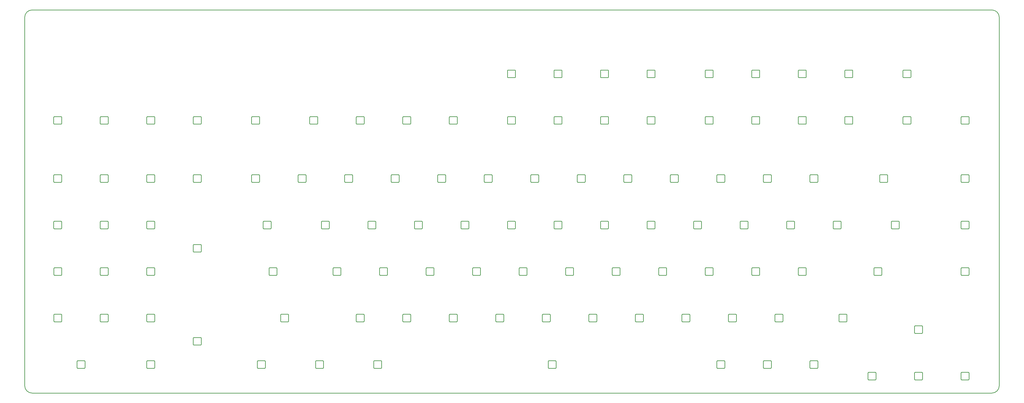
<source format=gm1>
G04*
G04 #@! TF.GenerationSoftware,Altium Limited,Altium Designer,23.5.1 (21)*
G04*
G04 Layer_Color=16711935*
%FSLAX25Y25*%
%MOIN*%
G70*
G04*
G04 #@! TF.SameCoordinates,508BA793-0958-4452-B0AF-20FDD5A17331*
G04*
G04*
G04 #@! TF.FilePolarity,Positive*
G04*
G01*
G75*
%ADD11C,0.01000*%
%ADD90C,0.01000*%
D11*
X15000Y628000D02*
G03*
X3000Y616000I0J-12000D01*
G01*
X1574000D02*
G03*
X1562000Y628000I-12000J0D01*
G01*
Y10000D02*
G03*
X1574000Y22000I0J12000D01*
G01*
X3000D02*
G03*
X15000Y10000I12000J0D01*
G01*
X1574000Y613000D02*
Y616000D01*
Y22000D02*
Y30000D01*
X1554757Y10000D02*
X1562000D01*
X15000D02*
X1554757D01*
X3000Y22000D02*
Y28000D01*
X15000Y628000D02*
X18000D01*
X1561000D02*
X1562000D01*
X18000D02*
X1561000D01*
X1574000Y374000D02*
Y613000D01*
X1574000Y30000D02*
X1574000Y374000D01*
X3000Y28000D02*
Y555000D01*
Y616000D01*
X1374167Y43591D02*
X1374613Y43407D01*
X1374954Y43065D01*
X1375139Y42619D01*
X1375138Y42378D02*
X1375139Y42619D01*
X1375138Y42378D02*
X1375138Y32795D01*
X1375138Y32795D02*
X1375138Y32795D01*
X1375138Y32795D02*
X1375157Y32536D01*
X1374993Y32043D02*
X1375157Y32536D01*
X1374651Y31652D02*
X1374993Y32043D01*
X1374185Y31422D02*
X1374651Y31652D01*
X1373926Y31405D02*
X1374185Y31422D01*
X1363573Y31406D02*
X1373926Y31405D01*
X1363573Y31406D02*
X1363573Y31406D01*
X1363332Y31406D02*
X1363573D01*
X1362886Y31590D02*
X1363332Y31406D01*
X1362545Y31931D02*
X1362886Y31590D01*
X1362360Y32377D02*
X1362545Y31931D01*
X1362360Y32377D02*
Y32618D01*
Y42378D01*
Y42378D01*
X1362360Y42619D02*
X1362360Y42378D01*
X1362360Y42619D02*
X1362545Y43065D01*
X1362886Y43406D01*
X1363332Y43591D01*
X1363573Y43591D01*
X1373926Y43591D01*
X1373926Y43591D02*
X1373926Y43591D01*
X1373926Y43591D02*
X1374167Y43591D01*
X1449167D02*
X1449613Y43407D01*
X1449954Y43065D01*
X1450139Y42619D01*
X1450138Y42378D02*
X1450139Y42619D01*
X1450138Y42378D02*
X1450138Y32795D01*
X1450138Y32795D02*
X1450138Y32795D01*
X1450138Y32795D02*
X1450157Y32536D01*
X1449993Y32043D02*
X1450157Y32536D01*
X1449651Y31652D02*
X1449993Y32043D01*
X1449185Y31422D02*
X1449651Y31652D01*
X1448926Y31405D02*
X1449185Y31422D01*
X1438573Y31406D02*
X1448926Y31405D01*
X1438573Y31406D02*
X1438573Y31406D01*
X1438332Y31406D02*
X1438573D01*
X1437886Y31590D02*
X1438332Y31406D01*
X1437545Y31931D02*
X1437886Y31590D01*
X1437360Y32377D02*
X1437545Y31931D01*
X1437360Y32377D02*
Y32618D01*
Y42378D01*
Y42378D01*
X1437360Y42619D02*
X1437360Y42378D01*
X1437360Y42619D02*
X1437545Y43065D01*
X1437886Y43406D01*
X1438332Y43591D01*
X1438573Y43591D01*
X1448926Y43591D01*
X1448926Y43591D02*
X1448926Y43591D01*
X1448926Y43591D02*
X1449167Y43591D01*
X1524167D02*
X1524613Y43407D01*
X1524954Y43065D01*
X1525139Y42619D01*
X1525138Y42378D02*
X1525139Y42619D01*
X1525138Y42378D02*
X1525138Y32795D01*
X1525138Y32795D02*
X1525138Y32795D01*
X1525138Y32795D02*
X1525157Y32536D01*
X1524993Y32043D02*
X1525157Y32536D01*
X1524651Y31652D02*
X1524993Y32043D01*
X1524185Y31422D02*
X1524651Y31652D01*
X1523926Y31405D02*
X1524185Y31422D01*
X1513573Y31406D02*
X1523926Y31405D01*
X1513573Y31406D02*
X1513573Y31406D01*
X1513332Y31406D02*
X1513573D01*
X1512886Y31590D02*
X1513332Y31406D01*
X1512545Y31931D02*
X1512886Y31590D01*
X1512360Y32377D02*
X1512545Y31931D01*
X1512360Y32377D02*
Y32618D01*
Y42378D01*
Y42378D01*
X1512360Y42619D02*
X1512360Y42378D01*
X1512360Y42619D02*
X1512545Y43065D01*
X1512886Y43406D01*
X1513332Y43591D01*
X1513573Y43591D01*
X1523926Y43591D01*
X1523926Y43591D02*
X1523926Y43591D01*
X1523926Y43591D02*
X1524167Y43591D01*
X99167Y62341D02*
X99613Y62157D01*
X99954Y61815D01*
X100139Y61369D01*
X100138Y61128D02*
X100139Y61369D01*
X100138Y61128D02*
X100138Y51545D01*
X100138Y51545D02*
X100138Y51545D01*
X100138Y51545D02*
X100157Y51286D01*
X99993Y50793D02*
X100157Y51286D01*
X99651Y50402D02*
X99993Y50793D01*
X99185Y50172D02*
X99651Y50402D01*
X98926Y50156D02*
X99185Y50172D01*
X88573Y50156D02*
X98926Y50156D01*
X88573Y50156D02*
X88573Y50156D01*
X88332Y50156D02*
X88573D01*
X87886Y50340D02*
X88332Y50156D01*
X87545Y50681D02*
X87886Y50340D01*
X87360Y51127D02*
X87545Y50681D01*
X87360Y51127D02*
Y51368D01*
Y61128D01*
Y61128D01*
X87360Y61369D02*
X87360Y61128D01*
X87360Y61369D02*
X87545Y61815D01*
X87886Y62156D01*
X88332Y62341D01*
X88573Y62340D01*
X98926Y62340D01*
X98926Y62340D02*
X98926Y62340D01*
X98926Y62340D02*
X99167Y62341D01*
X211417D02*
X211863Y62157D01*
X212204Y61815D01*
X212389Y61369D01*
X212388Y61128D02*
X212389Y61369D01*
X212388Y61128D02*
X212388Y51545D01*
X212388Y51545D02*
X212388Y51545D01*
X212388Y51545D02*
X212407Y51286D01*
X212243Y50793D02*
X212407Y51286D01*
X211901Y50402D02*
X212243Y50793D01*
X211435Y50172D02*
X211901Y50402D01*
X211176Y50156D02*
X211435Y50172D01*
X200823Y50156D02*
X211176Y50156D01*
X200823Y50156D02*
X200823Y50156D01*
X200582Y50156D02*
X200823D01*
X200136Y50340D02*
X200582Y50156D01*
X199795Y50681D02*
X200136Y50340D01*
X199610Y51127D02*
X199795Y50681D01*
X199610Y51127D02*
Y51368D01*
Y61128D01*
Y61128D01*
X199610Y61369D02*
X199610Y61128D01*
X199610Y61369D02*
X199795Y61815D01*
X200136Y62156D01*
X200582Y62341D01*
X200823Y62340D01*
X211176Y62340D01*
X211176Y62340D02*
X211176Y62340D01*
X211176Y62340D02*
X211417Y62341D01*
X389792D02*
X390238Y62157D01*
X390579Y61815D01*
X390764Y61369D01*
X390763Y61128D02*
X390764Y61369D01*
X390763Y61128D02*
X390763Y51545D01*
X390763Y51545D02*
X390763Y51545D01*
X390763Y51545D02*
X390782Y51286D01*
X390618Y50793D02*
X390782Y51286D01*
X390276Y50402D02*
X390618Y50793D01*
X389810Y50172D02*
X390276Y50402D01*
X389551Y50156D02*
X389810Y50172D01*
X379198Y50156D02*
X389551Y50156D01*
X379198Y50156D02*
X379198Y50156D01*
X378957Y50156D02*
X379198D01*
X378511Y50340D02*
X378957Y50156D01*
X378170Y50681D02*
X378511Y50340D01*
X377985Y51127D02*
X378170Y50681D01*
X377985Y51127D02*
Y51368D01*
Y61128D01*
Y61128D01*
X377985Y61369D02*
X377985Y61128D01*
X377985Y61369D02*
X378170Y61815D01*
X378511Y62156D01*
X378957Y62341D01*
X379198Y62340D01*
X389551Y62340D01*
X389551Y62340D02*
X389551Y62340D01*
X389551Y62340D02*
X389792Y62341D01*
X483542D02*
X483988Y62157D01*
X484329Y61815D01*
X484514Y61369D01*
X484513Y61128D02*
X484514Y61369D01*
X484513Y61128D02*
X484513Y51545D01*
X484513Y51545D02*
X484513Y51545D01*
X484513Y51545D02*
X484532Y51286D01*
X484368Y50793D02*
X484532Y51286D01*
X484026Y50402D02*
X484368Y50793D01*
X483560Y50172D02*
X484026Y50402D01*
X483301Y50156D02*
X483560Y50172D01*
X472948Y50156D02*
X483301Y50156D01*
X472948Y50156D02*
X472948Y50156D01*
X472707Y50156D02*
X472948D01*
X472261Y50340D02*
X472707Y50156D01*
X471920Y50681D02*
X472261Y50340D01*
X471735Y51127D02*
X471920Y50681D01*
X471735Y51127D02*
Y51368D01*
Y61128D01*
Y61128D01*
X471735Y61369D02*
X471735Y61128D01*
X471735Y61369D02*
X471920Y61815D01*
X472261Y62156D01*
X472707Y62341D01*
X472948Y62340D01*
X483301Y62340D01*
X483301Y62340D02*
X483301Y62340D01*
X483301Y62340D02*
X483542Y62341D01*
X577292D02*
X577738Y62157D01*
X578079Y61815D01*
X578264Y61369D01*
X578263Y61128D02*
X578264Y61369D01*
X578263Y61128D02*
X578263Y51545D01*
X578263Y51545D02*
X578263Y51545D01*
X578263Y51545D02*
X578282Y51286D01*
X578118Y50793D02*
X578282Y51286D01*
X577776Y50402D02*
X578118Y50793D01*
X577310Y50172D02*
X577776Y50402D01*
X577051Y50156D02*
X577310Y50172D01*
X566698Y50156D02*
X577051Y50156D01*
X566698Y50156D02*
X566698Y50156D01*
X566457Y50156D02*
X566698D01*
X566011Y50340D02*
X566457Y50156D01*
X565670Y50681D02*
X566011Y50340D01*
X565485Y51127D02*
X565670Y50681D01*
X565485Y51127D02*
Y51368D01*
Y61128D01*
Y61128D01*
X565485Y61369D02*
X565485Y61128D01*
X565485Y61369D02*
X565670Y61815D01*
X566011Y62156D01*
X566457Y62341D01*
X566698Y62340D01*
X577051Y62340D01*
X577051Y62340D02*
X577051Y62340D01*
X577051Y62340D02*
X577292Y62341D01*
X858542D02*
X858988Y62157D01*
X859329Y61815D01*
X859514Y61369D01*
X859513Y61128D02*
X859514Y61369D01*
X859513Y61128D02*
X859513Y51545D01*
X859513Y51545D02*
X859513Y51545D01*
X859513Y51545D02*
X859532Y51286D01*
X859368Y50793D02*
X859532Y51286D01*
X859026Y50402D02*
X859368Y50793D01*
X858560Y50172D02*
X859026Y50402D01*
X858301Y50156D02*
X858560Y50172D01*
X847948Y50156D02*
X858301Y50156D01*
X847948Y50156D02*
X847948Y50156D01*
X847707Y50156D02*
X847948D01*
X847261Y50340D02*
X847707Y50156D01*
X846920Y50681D02*
X847261Y50340D01*
X846735Y51127D02*
X846920Y50681D01*
X846735Y51127D02*
Y51368D01*
Y61128D01*
Y61128D01*
X846735Y61369D02*
X846735Y61128D01*
X846735Y61369D02*
X846920Y61815D01*
X847261Y62156D01*
X847707Y62341D01*
X847948Y62340D01*
X858301Y62340D01*
X858301Y62340D02*
X858301Y62340D01*
X858301Y62340D02*
X858542Y62341D01*
X1130417D02*
X1130863Y62157D01*
X1131204Y61815D01*
X1131389Y61369D01*
X1131388Y61128D02*
X1131389Y61369D01*
X1131388Y61128D02*
X1131388Y51545D01*
X1131388Y51545D02*
X1131388Y51545D01*
X1131388Y51545D02*
X1131407Y51286D01*
X1131243Y50793D02*
X1131407Y51286D01*
X1130901Y50402D02*
X1131243Y50793D01*
X1130435Y50172D02*
X1130901Y50402D01*
X1130176Y50156D02*
X1130435Y50172D01*
X1119823Y50156D02*
X1130176Y50156D01*
X1119823Y50156D02*
X1119823Y50156D01*
X1119582Y50156D02*
X1119823D01*
X1119136Y50340D02*
X1119582Y50156D01*
X1118795Y50681D02*
X1119136Y50340D01*
X1118610Y51127D02*
X1118795Y50681D01*
X1118610Y51127D02*
Y51368D01*
Y61128D01*
Y61128D01*
X1118610Y61369D02*
X1118610Y61128D01*
X1118610Y61369D02*
X1118795Y61815D01*
X1119136Y62156D01*
X1119582Y62341D01*
X1119823Y62340D01*
X1130176Y62340D01*
X1130176Y62340D02*
X1130176Y62340D01*
X1130176Y62340D02*
X1130417Y62341D01*
X1205417D02*
X1205863Y62157D01*
X1206204Y61815D01*
X1206389Y61369D01*
X1206388Y61128D02*
X1206389Y61369D01*
X1206388Y61128D02*
X1206388Y51545D01*
X1206388Y51545D02*
X1206388Y51545D01*
X1206388Y51545D02*
X1206407Y51286D01*
X1206243Y50793D02*
X1206407Y51286D01*
X1205901Y50402D02*
X1206243Y50793D01*
X1205435Y50172D02*
X1205901Y50402D01*
X1205176Y50156D02*
X1205435Y50172D01*
X1194823Y50156D02*
X1205176Y50156D01*
X1194823Y50156D02*
X1194823Y50156D01*
X1194582Y50156D02*
X1194823D01*
X1194136Y50340D02*
X1194582Y50156D01*
X1193795Y50681D02*
X1194136Y50340D01*
X1193610Y51127D02*
X1193795Y50681D01*
X1193610Y51127D02*
Y51368D01*
Y61128D01*
Y61128D01*
X1193610Y61369D02*
X1193610Y61128D01*
X1193610Y61369D02*
X1193795Y61815D01*
X1194136Y62156D01*
X1194582Y62341D01*
X1194823Y62340D01*
X1205176Y62340D01*
X1205176Y62340D02*
X1205176Y62340D01*
X1205176Y62340D02*
X1205417Y62341D01*
X1280417D02*
X1280863Y62157D01*
X1281204Y61815D01*
X1281389Y61369D01*
X1281388Y61128D02*
X1281389Y61369D01*
X1281388Y61128D02*
X1281388Y51545D01*
X1281388Y51545D02*
X1281388Y51545D01*
X1281388Y51545D02*
X1281407Y51286D01*
X1281243Y50793D02*
X1281407Y51286D01*
X1280901Y50402D02*
X1281243Y50793D01*
X1280435Y50172D02*
X1280901Y50402D01*
X1280176Y50156D02*
X1280435Y50172D01*
X1269823Y50156D02*
X1280176Y50156D01*
X1269823Y50156D02*
X1269823Y50156D01*
X1269582Y50156D02*
X1269823D01*
X1269136Y50340D02*
X1269582Y50156D01*
X1268795Y50681D02*
X1269136Y50340D01*
X1268610Y51127D02*
X1268795Y50681D01*
X1268610Y51127D02*
Y51368D01*
Y61128D01*
Y61128D01*
X1268610Y61369D02*
X1268610Y61128D01*
X1268610Y61369D02*
X1268795Y61815D01*
X1269136Y62156D01*
X1269582Y62341D01*
X1269823Y62340D01*
X1280176Y62340D01*
X1280176Y62340D02*
X1280176Y62340D01*
X1280176Y62340D02*
X1280417Y62341D01*
X275824Y99844D02*
X286177Y99844D01*
Y99844D02*
Y99844D01*
Y99844D02*
X286418D01*
X286864Y99660D01*
X287205Y99319D01*
X287390Y98873D01*
X287390Y98632D01*
Y88872D02*
Y98632D01*
X287390Y88872D02*
X287390Y88872D01*
X287390Y88872D02*
X287390Y88631D01*
X287205Y88185D02*
X287390Y88631D01*
X286864Y87844D02*
X287205Y88185D01*
X286418Y87659D02*
X286864Y87844D01*
X286177Y87660D02*
X286418Y87659D01*
X275824Y87660D02*
X286177D01*
X275583Y87659D02*
X275824Y87660D01*
X275137Y87843D02*
X275583Y87659D01*
X274796Y88185D02*
X275137Y87843D01*
X274611Y88631D02*
X274796Y88185D01*
X274611Y88631D02*
X274612Y88872D01*
X274612Y98455D02*
X274612Y88872D01*
X274612Y98455D02*
X274612Y98455D01*
X274593Y98714D02*
X274612Y98455D01*
X274593Y98714D02*
X274757Y99207D01*
X275099Y99598D01*
X275565Y99828D01*
X275824Y99844D01*
X1449167Y118591D02*
X1449613Y118407D01*
X1449954Y118065D01*
X1450139Y117619D01*
X1450138Y117378D02*
X1450139Y117619D01*
X1450138Y117378D02*
X1450138Y107795D01*
X1450138Y107795D02*
X1450138Y107795D01*
X1450138Y107795D02*
X1450157Y107536D01*
X1449993Y107043D02*
X1450157Y107536D01*
X1449651Y106652D02*
X1449993Y107043D01*
X1449185Y106422D02*
X1449651Y106652D01*
X1448926Y106405D02*
X1449185Y106422D01*
X1438573Y106406D02*
X1448926Y106405D01*
X1438573Y106406D02*
X1438573Y106406D01*
X1438332Y106406D02*
X1438573D01*
X1437886Y106590D02*
X1438332Y106406D01*
X1437545Y106931D02*
X1437886Y106590D01*
X1437360Y107377D02*
X1437545Y106931D01*
X1437360Y107377D02*
Y107618D01*
Y117378D01*
Y117378D01*
X1437360Y117619D02*
X1437360Y117378D01*
X1437360Y117619D02*
X1437545Y118065D01*
X1437886Y118406D01*
X1438332Y118591D01*
X1438573Y118590D01*
X1448926Y118591D01*
X1448926Y118590D02*
X1448926Y118591D01*
X1448926Y118590D02*
X1449167Y118591D01*
X51074Y137345D02*
X61427Y137344D01*
Y137344D02*
Y137344D01*
Y137344D02*
X61668D01*
X62114Y137160D01*
X62455Y136819D01*
X62640Y136373D01*
X62640Y136132D01*
Y126372D02*
Y136132D01*
X62640Y126372D02*
X62640Y126372D01*
X62640Y126372D02*
X62640Y126131D01*
X62455Y125685D02*
X62640Y126131D01*
X62114Y125344D02*
X62455Y125685D01*
X61668Y125159D02*
X62114Y125344D01*
X61427Y125159D02*
X61668Y125159D01*
X51074Y125159D02*
X61427D01*
X50833Y125159D02*
X51074Y125159D01*
X50387Y125343D02*
X50833Y125159D01*
X50046Y125685D02*
X50387Y125343D01*
X49861Y126131D02*
X50046Y125685D01*
X49861Y126131D02*
X49862Y126372D01*
X49862Y135955D02*
X49862Y126372D01*
X49862Y135955D02*
X49862Y135955D01*
X49843Y136214D02*
X49862Y135955D01*
X49843Y136214D02*
X50007Y136707D01*
X50349Y137098D01*
X50815Y137328D01*
X51074Y137345D01*
X125824D02*
X136177Y137344D01*
Y137344D02*
Y137344D01*
Y137344D02*
X136418D01*
X136864Y137160D01*
X137205Y136819D01*
X137390Y136373D01*
X137390Y136132D01*
Y126372D02*
Y136132D01*
X137390Y126372D02*
X137390Y126372D01*
X137390Y126372D02*
X137390Y126131D01*
X137205Y125685D02*
X137390Y126131D01*
X136864Y125344D02*
X137205Y125685D01*
X136418Y125159D02*
X136864Y125344D01*
X136177Y125159D02*
X136418Y125159D01*
X125824Y125159D02*
X136177D01*
X125583Y125159D02*
X125824Y125159D01*
X125137Y125343D02*
X125583Y125159D01*
X124796Y125685D02*
X125137Y125343D01*
X124611Y126131D02*
X124796Y125685D01*
X124611Y126131D02*
X124612Y126372D01*
X124612Y135955D02*
X124612Y126372D01*
X124612Y135955D02*
X124612Y135955D01*
X124593Y136214D02*
X124612Y135955D01*
X124593Y136214D02*
X124757Y136707D01*
X125099Y137098D01*
X125565Y137328D01*
X125824Y137345D01*
X200824D02*
X211177Y137344D01*
Y137344D02*
Y137344D01*
Y137344D02*
X211418D01*
X211864Y137160D01*
X212205Y136819D01*
X212390Y136373D01*
X212390Y136132D01*
Y126372D02*
Y136132D01*
X212390Y126372D02*
X212390Y126372D01*
X212390Y126372D02*
X212390Y126131D01*
X212205Y125685D02*
X212390Y126131D01*
X211864Y125344D02*
X212205Y125685D01*
X211418Y125159D02*
X211864Y125344D01*
X211177Y125159D02*
X211418Y125159D01*
X200824Y125159D02*
X211177D01*
X200583Y125159D02*
X200824Y125159D01*
X200137Y125343D02*
X200583Y125159D01*
X199796Y125685D02*
X200137Y125343D01*
X199611Y126131D02*
X199796Y125685D01*
X199611Y126131D02*
X199612Y126372D01*
X199612Y135955D02*
X199612Y126372D01*
X199612Y135955D02*
X199612Y135955D01*
X199593Y136214D02*
X199612Y135955D01*
X199593Y136214D02*
X199757Y136707D01*
X200099Y137098D01*
X200565Y137328D01*
X200824Y137345D01*
X416699D02*
X427052Y137344D01*
Y137344D02*
Y137344D01*
Y137344D02*
X427293D01*
X427739Y137160D01*
X428080Y136819D01*
X428265Y136373D01*
X428265Y136132D01*
Y126372D02*
Y136132D01*
X428265Y126372D02*
X428265Y126372D01*
X428265Y126372D02*
X428265Y126131D01*
X428080Y125685D02*
X428265Y126131D01*
X427739Y125344D02*
X428080Y125685D01*
X427293Y125159D02*
X427739Y125344D01*
X427052Y125159D02*
X427293Y125159D01*
X416699Y125159D02*
X427052D01*
X416458Y125159D02*
X416699Y125159D01*
X416012Y125343D02*
X416458Y125159D01*
X415671Y125685D02*
X416012Y125343D01*
X415486Y126131D02*
X415671Y125685D01*
X415486Y126131D02*
X415487Y126372D01*
X415487Y135955D02*
X415487Y126372D01*
X415487Y135955D02*
X415487Y135955D01*
X415468Y136214D02*
X415487Y135955D01*
X415468Y136214D02*
X415632Y136707D01*
X415974Y137098D01*
X416440Y137328D01*
X416699Y137345D01*
X538574D02*
X548927Y137344D01*
Y137344D02*
Y137344D01*
Y137344D02*
X549168D01*
X549614Y137160D01*
X549955Y136819D01*
X550140Y136373D01*
X550140Y136132D01*
Y126372D02*
Y136132D01*
X550140Y126372D02*
X550140Y126372D01*
X550140Y126372D02*
X550140Y126131D01*
X549955Y125685D02*
X550140Y126131D01*
X549614Y125344D02*
X549955Y125685D01*
X549168Y125159D02*
X549614Y125344D01*
X548927Y125159D02*
X549168Y125159D01*
X538574Y125159D02*
X548927D01*
X538333Y125159D02*
X538574Y125159D01*
X537887Y125343D02*
X538333Y125159D01*
X537546Y125685D02*
X537887Y125343D01*
X537361Y126131D02*
X537546Y125685D01*
X537361Y126131D02*
X537362Y126372D01*
X537362Y135955D02*
X537362Y126372D01*
X537362Y135955D02*
X537362Y135955D01*
X537343Y136214D02*
X537362Y135955D01*
X537343Y136214D02*
X537507Y136707D01*
X537849Y137098D01*
X538315Y137328D01*
X538574Y137345D01*
X613574D02*
X623927Y137344D01*
Y137344D02*
Y137344D01*
Y137344D02*
X624168D01*
X624614Y137160D01*
X624955Y136819D01*
X625140Y136373D01*
X625140Y136132D01*
Y126372D02*
Y136132D01*
X625140Y126372D02*
X625140Y126372D01*
X625140Y126372D02*
X625140Y126131D01*
X624955Y125685D02*
X625140Y126131D01*
X624614Y125344D02*
X624955Y125685D01*
X624168Y125159D02*
X624614Y125344D01*
X623927Y125159D02*
X624168Y125159D01*
X613574Y125159D02*
X623927D01*
X613333Y125159D02*
X613574Y125159D01*
X612887Y125343D02*
X613333Y125159D01*
X612546Y125685D02*
X612887Y125343D01*
X612361Y126131D02*
X612546Y125685D01*
X612361Y126131D02*
X612362Y126372D01*
X612362Y135955D02*
X612362Y126372D01*
X612362Y135955D02*
X612362Y135955D01*
X612343Y136214D02*
X612362Y135955D01*
X612343Y136214D02*
X612507Y136707D01*
X612849Y137098D01*
X613315Y137328D01*
X613574Y137345D01*
X688574D02*
X698927Y137344D01*
Y137344D02*
Y137344D01*
Y137344D02*
X699168D01*
X699614Y137160D01*
X699955Y136819D01*
X700140Y136373D01*
X700140Y136132D01*
Y126372D02*
Y136132D01*
X700140Y126372D02*
X700140Y126372D01*
X700140Y126372D02*
X700140Y126131D01*
X699955Y125685D02*
X700140Y126131D01*
X699614Y125344D02*
X699955Y125685D01*
X699168Y125159D02*
X699614Y125344D01*
X698927Y125159D02*
X699168Y125159D01*
X688574Y125159D02*
X698927D01*
X688333Y125159D02*
X688574Y125159D01*
X687887Y125343D02*
X688333Y125159D01*
X687546Y125685D02*
X687887Y125343D01*
X687361Y126131D02*
X687546Y125685D01*
X687361Y126131D02*
X687362Y126372D01*
X687362Y135955D02*
X687362Y126372D01*
X687362Y135955D02*
X687362Y135955D01*
X687343Y136214D02*
X687362Y135955D01*
X687343Y136214D02*
X687507Y136707D01*
X687849Y137098D01*
X688315Y137328D01*
X688574Y137345D01*
X763574D02*
X773927Y137344D01*
Y137344D02*
Y137344D01*
Y137344D02*
X774168D01*
X774614Y137160D01*
X774955Y136819D01*
X775140Y136373D01*
X775140Y136132D01*
Y126372D02*
Y136132D01*
X775140Y126372D02*
X775140Y126372D01*
X775140Y126372D02*
X775140Y126131D01*
X774955Y125685D02*
X775140Y126131D01*
X774614Y125344D02*
X774955Y125685D01*
X774168Y125159D02*
X774614Y125344D01*
X773927Y125159D02*
X774168Y125159D01*
X763574Y125159D02*
X773927D01*
X763333Y125159D02*
X763574Y125159D01*
X762887Y125343D02*
X763333Y125159D01*
X762546Y125685D02*
X762887Y125343D01*
X762361Y126131D02*
X762546Y125685D01*
X762361Y126131D02*
X762362Y126372D01*
X762362Y135955D02*
X762362Y126372D01*
X762362Y135955D02*
X762362Y135955D01*
X762343Y136214D02*
X762362Y135955D01*
X762343Y136214D02*
X762507Y136707D01*
X762849Y137098D01*
X763315Y137328D01*
X763574Y137345D01*
X838574D02*
X848927Y137344D01*
Y137344D02*
Y137344D01*
Y137344D02*
X849168D01*
X849614Y137160D01*
X849955Y136819D01*
X850140Y136373D01*
X850140Y136132D01*
Y126372D02*
Y136132D01*
X850140Y126372D02*
X850140Y126372D01*
X850140Y126372D02*
X850140Y126131D01*
X849955Y125685D02*
X850140Y126131D01*
X849614Y125344D02*
X849955Y125685D01*
X849168Y125159D02*
X849614Y125344D01*
X848927Y125159D02*
X849168Y125159D01*
X838574Y125159D02*
X848927D01*
X838333Y125159D02*
X838574Y125159D01*
X837887Y125343D02*
X838333Y125159D01*
X837546Y125685D02*
X837887Y125343D01*
X837361Y126131D02*
X837546Y125685D01*
X837361Y126131D02*
X837362Y126372D01*
X837362Y135955D02*
X837362Y126372D01*
X837362Y135955D02*
X837362Y135955D01*
X837343Y136214D02*
X837362Y135955D01*
X837343Y136214D02*
X837507Y136707D01*
X837849Y137098D01*
X838315Y137328D01*
X838574Y137345D01*
X913574D02*
X923927Y137344D01*
Y137344D02*
Y137344D01*
Y137344D02*
X924168D01*
X924614Y137160D01*
X924955Y136819D01*
X925140Y136373D01*
X925140Y136132D01*
Y126372D02*
Y136132D01*
X925140Y126372D02*
X925140Y126372D01*
X925140Y126372D02*
X925140Y126131D01*
X924955Y125685D02*
X925140Y126131D01*
X924614Y125344D02*
X924955Y125685D01*
X924168Y125159D02*
X924614Y125344D01*
X923927Y125159D02*
X924168Y125159D01*
X913574Y125159D02*
X923927D01*
X913333Y125159D02*
X913574Y125159D01*
X912887Y125343D02*
X913333Y125159D01*
X912546Y125685D02*
X912887Y125343D01*
X912361Y126131D02*
X912546Y125685D01*
X912361Y126131D02*
X912362Y126372D01*
X912362Y135955D02*
X912362Y126372D01*
X912362Y135955D02*
X912362Y135955D01*
X912343Y136214D02*
X912362Y135955D01*
X912343Y136214D02*
X912507Y136707D01*
X912849Y137098D01*
X913315Y137328D01*
X913574Y137345D01*
X988574D02*
X998927Y137344D01*
Y137344D02*
Y137344D01*
Y137344D02*
X999168D01*
X999614Y137160D01*
X999955Y136819D01*
X1000140Y136373D01*
X1000140Y136132D01*
Y126372D02*
Y136132D01*
X1000140Y126372D02*
X1000140Y126372D01*
X1000140Y126372D02*
X1000140Y126131D01*
X999955Y125685D02*
X1000140Y126131D01*
X999614Y125344D02*
X999955Y125685D01*
X999168Y125159D02*
X999614Y125344D01*
X998927Y125159D02*
X999168Y125159D01*
X988574Y125159D02*
X998927D01*
X988333Y125159D02*
X988574Y125159D01*
X987887Y125343D02*
X988333Y125159D01*
X987546Y125685D02*
X987887Y125343D01*
X987361Y126131D02*
X987546Y125685D01*
X987361Y126131D02*
X987362Y126372D01*
X987362Y135955D02*
X987362Y126372D01*
X987362Y135955D02*
X987362Y135955D01*
X987343Y136214D02*
X987362Y135955D01*
X987343Y136214D02*
X987507Y136707D01*
X987849Y137098D01*
X988315Y137328D01*
X988574Y137345D01*
X1063574D02*
X1073927Y137344D01*
Y137344D02*
Y137344D01*
Y137344D02*
X1074168D01*
X1074614Y137160D01*
X1074955Y136819D01*
X1075140Y136373D01*
X1075140Y136132D01*
Y126372D02*
Y136132D01*
X1075140Y126372D02*
X1075140Y126372D01*
X1075140Y126372D02*
X1075140Y126131D01*
X1074955Y125685D02*
X1075140Y126131D01*
X1074614Y125344D02*
X1074955Y125685D01*
X1074168Y125159D02*
X1074614Y125344D01*
X1073927Y125159D02*
X1074168Y125159D01*
X1063574Y125159D02*
X1073927D01*
X1063333Y125159D02*
X1063574Y125159D01*
X1062887Y125343D02*
X1063333Y125159D01*
X1062546Y125685D02*
X1062887Y125343D01*
X1062361Y126131D02*
X1062546Y125685D01*
X1062361Y126131D02*
X1062362Y126372D01*
X1062362Y135955D02*
X1062362Y126372D01*
X1062362Y135955D02*
X1062362Y135955D01*
X1062343Y136214D02*
X1062362Y135955D01*
X1062343Y136214D02*
X1062507Y136707D01*
X1062849Y137098D01*
X1063315Y137328D01*
X1063574Y137345D01*
X1138574D02*
X1148927Y137344D01*
Y137344D02*
Y137344D01*
Y137344D02*
X1149168D01*
X1149614Y137160D01*
X1149955Y136819D01*
X1150140Y136373D01*
X1150140Y136132D01*
Y126372D02*
Y136132D01*
X1150140Y126372D02*
X1150140Y126372D01*
X1150140Y126372D02*
X1150140Y126131D01*
X1149955Y125685D02*
X1150140Y126131D01*
X1149614Y125344D02*
X1149955Y125685D01*
X1149168Y125159D02*
X1149614Y125344D01*
X1148927Y125159D02*
X1149168Y125159D01*
X1138574Y125159D02*
X1148927D01*
X1138333Y125159D02*
X1138574Y125159D01*
X1137887Y125343D02*
X1138333Y125159D01*
X1137546Y125685D02*
X1137887Y125343D01*
X1137361Y126131D02*
X1137546Y125685D01*
X1137361Y126131D02*
X1137362Y126372D01*
X1137362Y135955D02*
X1137362Y126372D01*
X1137362Y135955D02*
X1137362Y135955D01*
X1137343Y136214D02*
X1137362Y135955D01*
X1137343Y136214D02*
X1137507Y136707D01*
X1137849Y137098D01*
X1138315Y137328D01*
X1138574Y137345D01*
X1213574D02*
X1223927Y137344D01*
Y137344D02*
Y137344D01*
Y137344D02*
X1224168D01*
X1224614Y137160D01*
X1224955Y136819D01*
X1225140Y136373D01*
X1225140Y136132D01*
Y126372D02*
Y136132D01*
X1225140Y126372D02*
X1225140Y126372D01*
X1225140Y126372D02*
X1225140Y126131D01*
X1224955Y125685D02*
X1225140Y126131D01*
X1224614Y125344D02*
X1224955Y125685D01*
X1224168Y125159D02*
X1224614Y125344D01*
X1223927Y125159D02*
X1224168Y125159D01*
X1213574Y125159D02*
X1223927D01*
X1213333Y125159D02*
X1213574Y125159D01*
X1212887Y125343D02*
X1213333Y125159D01*
X1212546Y125685D02*
X1212887Y125343D01*
X1212361Y126131D02*
X1212546Y125685D01*
X1212361Y126131D02*
X1212362Y126372D01*
X1212362Y135955D02*
X1212362Y126372D01*
X1212362Y135955D02*
X1212362Y135955D01*
X1212343Y136214D02*
X1212362Y135955D01*
X1212343Y136214D02*
X1212507Y136707D01*
X1212849Y137098D01*
X1213315Y137328D01*
X1213574Y137345D01*
X1316699D02*
X1327052Y137344D01*
Y137344D02*
Y137344D01*
Y137344D02*
X1327293D01*
X1327739Y137160D01*
X1328080Y136819D01*
X1328265Y136373D01*
X1328265Y136132D01*
Y126372D02*
Y136132D01*
X1328265Y126372D02*
X1328265Y126372D01*
X1328265Y126372D02*
X1328265Y126131D01*
X1328080Y125685D02*
X1328265Y126131D01*
X1327739Y125344D02*
X1328080Y125685D01*
X1327293Y125159D02*
X1327739Y125344D01*
X1327052Y125159D02*
X1327293Y125159D01*
X1316699Y125159D02*
X1327052D01*
X1316458Y125159D02*
X1316699Y125159D01*
X1316012Y125343D02*
X1316458Y125159D01*
X1315671Y125685D02*
X1316012Y125343D01*
X1315486Y126131D02*
X1315671Y125685D01*
X1315486Y126131D02*
X1315487Y126372D01*
X1315487Y135955D02*
X1315487Y126372D01*
X1315487Y135955D02*
X1315487Y135955D01*
X1315468Y136214D02*
X1315487Y135955D01*
X1315468Y136214D02*
X1315632Y136707D01*
X1315974Y137098D01*
X1316440Y137328D01*
X1316699Y137345D01*
X61667Y212341D02*
X62113Y212157D01*
X62454Y211815D01*
X62639Y211369D01*
X62638Y211128D02*
X62639Y211369D01*
X62638Y211128D02*
X62638Y201545D01*
X62638Y201545D02*
X62638Y201545D01*
X62638Y201545D02*
X62657Y201286D01*
X62493Y200793D02*
X62657Y201286D01*
X62151Y200402D02*
X62493Y200793D01*
X61685Y200172D02*
X62151Y200402D01*
X61426Y200155D02*
X61685Y200172D01*
X51073Y200156D02*
X61426Y200155D01*
X51073Y200156D02*
X51073Y200156D01*
X50832Y200156D02*
X51073D01*
X50386Y200340D02*
X50832Y200156D01*
X50045Y200681D02*
X50386Y200340D01*
X49860Y201127D02*
X50045Y200681D01*
X49860Y201127D02*
Y201368D01*
Y211128D01*
Y211128D01*
X49860Y211369D02*
X49860Y211128D01*
X49860Y211369D02*
X50045Y211815D01*
X50386Y212156D01*
X50832Y212341D01*
X51073Y212340D01*
X61426Y212340D01*
X61426Y212340D02*
X61426Y212340D01*
X61426Y212340D02*
X61667Y212341D01*
X211417D02*
X211863Y212157D01*
X212204Y211815D01*
X212389Y211369D01*
X212388Y211128D02*
X212389Y211369D01*
X212388Y211128D02*
X212388Y201545D01*
X212388Y201545D02*
X212388Y201545D01*
X212388Y201545D02*
X212407Y201286D01*
X212243Y200793D02*
X212407Y201286D01*
X211901Y200402D02*
X212243Y200793D01*
X211435Y200172D02*
X211901Y200402D01*
X211176Y200155D02*
X211435Y200172D01*
X200823Y200156D02*
X211176Y200155D01*
X200823Y200156D02*
X200823Y200156D01*
X200582Y200156D02*
X200823D01*
X200136Y200340D02*
X200582Y200156D01*
X199795Y200681D02*
X200136Y200340D01*
X199610Y201127D02*
X199795Y200681D01*
X199610Y201127D02*
Y201368D01*
Y211128D01*
Y211128D01*
X199610Y211369D02*
X199610Y211128D01*
X199610Y211369D02*
X199795Y211815D01*
X200136Y212156D01*
X200582Y212341D01*
X200823Y212340D01*
X211176Y212340D01*
X211176Y212340D02*
X211176Y212340D01*
X211176Y212340D02*
X211417Y212341D01*
X408542D02*
X408988Y212157D01*
X409329Y211815D01*
X409514Y211369D01*
X409513Y211128D02*
X409514Y211369D01*
X409513Y211128D02*
X409513Y201545D01*
X409513Y201545D02*
X409513Y201545D01*
X409513Y201545D02*
X409532Y201286D01*
X409368Y200793D02*
X409532Y201286D01*
X409026Y200402D02*
X409368Y200793D01*
X408560Y200172D02*
X409026Y200402D01*
X408301Y200155D02*
X408560Y200172D01*
X397948Y200156D02*
X408301Y200155D01*
X397948Y200156D02*
X397948Y200156D01*
X397707Y200156D02*
X397948D01*
X397261Y200340D02*
X397707Y200156D01*
X396920Y200681D02*
X397261Y200340D01*
X396735Y201127D02*
X396920Y200681D01*
X396735Y201127D02*
Y201368D01*
Y211128D01*
Y211128D01*
X396735Y211369D02*
X396735Y211128D01*
X396735Y211369D02*
X396920Y211815D01*
X397261Y212156D01*
X397707Y212341D01*
X397948Y212340D01*
X408301Y212340D01*
X408301Y212340D02*
X408301Y212340D01*
X408301Y212340D02*
X408542Y212341D01*
X511667D02*
X512113Y212157D01*
X512454Y211815D01*
X512639Y211369D01*
X512638Y211128D02*
X512639Y211369D01*
X512638Y211128D02*
X512638Y201545D01*
X512638Y201545D02*
X512638Y201545D01*
X512638Y201545D02*
X512657Y201286D01*
X512493Y200793D02*
X512657Y201286D01*
X512151Y200402D02*
X512493Y200793D01*
X511685Y200172D02*
X512151Y200402D01*
X511426Y200155D02*
X511685Y200172D01*
X501073Y200156D02*
X511426Y200155D01*
X501073Y200156D02*
X501073Y200156D01*
X500832Y200156D02*
X501073D01*
X500386Y200340D02*
X500832Y200156D01*
X500045Y200681D02*
X500386Y200340D01*
X499860Y201127D02*
X500045Y200681D01*
X499860Y201127D02*
Y201368D01*
Y211128D01*
Y211128D01*
X499860Y211369D02*
X499860Y211128D01*
X499860Y211369D02*
X500045Y211815D01*
X500386Y212156D01*
X500832Y212341D01*
X501073Y212340D01*
X511426Y212340D01*
X511426Y212340D02*
X511426Y212340D01*
X511426Y212340D02*
X511667Y212341D01*
X586667D02*
X587113Y212157D01*
X587454Y211815D01*
X587639Y211369D01*
X587638Y211128D02*
X587639Y211369D01*
X587638Y211128D02*
X587638Y201545D01*
X587638Y201545D02*
X587638Y201545D01*
X587638Y201545D02*
X587657Y201286D01*
X587493Y200793D02*
X587657Y201286D01*
X587151Y200402D02*
X587493Y200793D01*
X586685Y200172D02*
X587151Y200402D01*
X586426Y200155D02*
X586685Y200172D01*
X576073Y200156D02*
X586426Y200155D01*
X576073Y200156D02*
X576073Y200156D01*
X575832Y200156D02*
X576073D01*
X575386Y200340D02*
X575832Y200156D01*
X575045Y200681D02*
X575386Y200340D01*
X574860Y201127D02*
X575045Y200681D01*
X574860Y201127D02*
Y201368D01*
Y211128D01*
Y211128D01*
X574860Y211369D02*
X574860Y211128D01*
X574860Y211369D02*
X575045Y211815D01*
X575386Y212156D01*
X575832Y212341D01*
X576073Y212340D01*
X586426Y212340D01*
X586426Y212340D02*
X586426Y212340D01*
X586426Y212340D02*
X586667Y212341D01*
X661667D02*
X662113Y212157D01*
X662454Y211815D01*
X662639Y211369D01*
X662638Y211128D02*
X662639Y211369D01*
X662638Y211128D02*
X662638Y201545D01*
X662638Y201545D02*
X662638Y201545D01*
X662638Y201545D02*
X662657Y201286D01*
X662493Y200793D02*
X662657Y201286D01*
X662151Y200402D02*
X662493Y200793D01*
X661685Y200172D02*
X662151Y200402D01*
X661426Y200155D02*
X661685Y200172D01*
X651073Y200156D02*
X661426Y200155D01*
X651073Y200156D02*
X651073Y200156D01*
X650832Y200156D02*
X651073D01*
X650386Y200340D02*
X650832Y200156D01*
X650045Y200681D02*
X650386Y200340D01*
X649860Y201127D02*
X650045Y200681D01*
X649860Y201127D02*
Y201368D01*
Y211128D01*
Y211128D01*
X649860Y211369D02*
X649860Y211128D01*
X649860Y211369D02*
X650045Y211815D01*
X650386Y212156D01*
X650832Y212341D01*
X651073Y212340D01*
X661426Y212340D01*
X661426Y212340D02*
X661426Y212340D01*
X661426Y212340D02*
X661667Y212341D01*
X736667D02*
X737113Y212157D01*
X737454Y211815D01*
X737639Y211369D01*
X737638Y211128D02*
X737639Y211369D01*
X737638Y211128D02*
X737638Y201545D01*
X737638Y201545D02*
X737638Y201545D01*
X737638Y201545D02*
X737657Y201286D01*
X737493Y200793D02*
X737657Y201286D01*
X737151Y200402D02*
X737493Y200793D01*
X736685Y200172D02*
X737151Y200402D01*
X736426Y200155D02*
X736685Y200172D01*
X726073Y200156D02*
X736426Y200155D01*
X726073Y200156D02*
X726073Y200156D01*
X725832Y200156D02*
X726073D01*
X725386Y200340D02*
X725832Y200156D01*
X725045Y200681D02*
X725386Y200340D01*
X724860Y201127D02*
X725045Y200681D01*
X724860Y201127D02*
Y201368D01*
Y211128D01*
Y211128D01*
X724860Y211369D02*
X724860Y211128D01*
X724860Y211369D02*
X725045Y211815D01*
X725386Y212156D01*
X725832Y212341D01*
X726073Y212340D01*
X736426Y212340D01*
X736426Y212340D02*
X736426Y212340D01*
X736426Y212340D02*
X736667Y212341D01*
X811667D02*
X812113Y212157D01*
X812454Y211815D01*
X812639Y211369D01*
X812638Y211128D02*
X812639Y211369D01*
X812638Y211128D02*
X812638Y201545D01*
X812638Y201545D02*
X812638Y201545D01*
X812638Y201545D02*
X812657Y201286D01*
X812493Y200793D02*
X812657Y201286D01*
X812151Y200402D02*
X812493Y200793D01*
X811685Y200172D02*
X812151Y200402D01*
X811426Y200155D02*
X811685Y200172D01*
X801073Y200156D02*
X811426Y200155D01*
X801073Y200156D02*
X801073Y200156D01*
X800832Y200156D02*
X801073D01*
X800386Y200340D02*
X800832Y200156D01*
X800045Y200681D02*
X800386Y200340D01*
X799860Y201127D02*
X800045Y200681D01*
X799860Y201127D02*
Y201368D01*
Y211128D01*
Y211128D01*
X799860Y211369D02*
X799860Y211128D01*
X799860Y211369D02*
X800045Y211815D01*
X800386Y212156D01*
X800832Y212341D01*
X801073Y212340D01*
X811426Y212340D01*
X811426Y212340D02*
X811426Y212340D01*
X811426Y212340D02*
X811667Y212341D01*
X886667D02*
X887113Y212157D01*
X887454Y211815D01*
X887639Y211369D01*
X887638Y211128D02*
X887639Y211369D01*
X887638Y211128D02*
X887638Y201545D01*
X887638Y201545D02*
X887638Y201545D01*
X887638Y201545D02*
X887657Y201286D01*
X887493Y200793D02*
X887657Y201286D01*
X887151Y200402D02*
X887493Y200793D01*
X886685Y200172D02*
X887151Y200402D01*
X886426Y200155D02*
X886685Y200172D01*
X876073Y200156D02*
X886426Y200155D01*
X876073Y200156D02*
X876073Y200156D01*
X875832Y200156D02*
X876073D01*
X875386Y200340D02*
X875832Y200156D01*
X875045Y200681D02*
X875386Y200340D01*
X874860Y201127D02*
X875045Y200681D01*
X874860Y201127D02*
Y201368D01*
Y211128D01*
Y211128D01*
X874860Y211369D02*
X874860Y211128D01*
X874860Y211369D02*
X875045Y211815D01*
X875386Y212156D01*
X875832Y212341D01*
X876073Y212340D01*
X886426Y212340D01*
X886426Y212340D02*
X886426Y212340D01*
X886426Y212340D02*
X886667Y212341D01*
X961667D02*
X962113Y212157D01*
X962454Y211815D01*
X962639Y211369D01*
X962638Y211128D02*
X962639Y211369D01*
X962638Y211128D02*
X962638Y201545D01*
X962638Y201545D02*
X962638Y201545D01*
X962638Y201545D02*
X962657Y201286D01*
X962493Y200793D02*
X962657Y201286D01*
X962151Y200402D02*
X962493Y200793D01*
X961685Y200172D02*
X962151Y200402D01*
X961426Y200155D02*
X961685Y200172D01*
X951073Y200156D02*
X961426Y200155D01*
X951073Y200156D02*
X951073Y200156D01*
X950832Y200156D02*
X951073D01*
X950386Y200340D02*
X950832Y200156D01*
X950045Y200681D02*
X950386Y200340D01*
X949860Y201127D02*
X950045Y200681D01*
X949860Y201127D02*
Y201368D01*
Y211128D01*
Y211128D01*
X949860Y211369D02*
X949860Y211128D01*
X949860Y211369D02*
X950045Y211815D01*
X950386Y212156D01*
X950832Y212341D01*
X951073Y212340D01*
X961426Y212340D01*
X961426Y212340D02*
X961426Y212340D01*
X961426Y212340D02*
X961667Y212341D01*
X1036667D02*
X1037113Y212157D01*
X1037454Y211815D01*
X1037639Y211369D01*
X1037638Y211128D02*
X1037639Y211369D01*
X1037638Y211128D02*
X1037638Y201545D01*
X1037638Y201545D02*
X1037638Y201545D01*
X1037638Y201545D02*
X1037657Y201286D01*
X1037493Y200793D02*
X1037657Y201286D01*
X1037151Y200402D02*
X1037493Y200793D01*
X1036685Y200172D02*
X1037151Y200402D01*
X1036426Y200155D02*
X1036685Y200172D01*
X1026073Y200156D02*
X1036426Y200155D01*
X1026073Y200156D02*
X1026073Y200156D01*
X1025832Y200156D02*
X1026073D01*
X1025386Y200340D02*
X1025832Y200156D01*
X1025045Y200681D02*
X1025386Y200340D01*
X1024860Y201127D02*
X1025045Y200681D01*
X1024860Y201127D02*
Y201368D01*
Y211128D01*
Y211128D01*
X1024860Y211369D02*
X1024860Y211128D01*
X1024860Y211369D02*
X1025045Y211815D01*
X1025386Y212156D01*
X1025832Y212341D01*
X1026073Y212340D01*
X1036426Y212340D01*
X1036426Y212340D02*
X1036426Y212340D01*
X1036426Y212340D02*
X1036667Y212341D01*
X1111667D02*
X1112113Y212157D01*
X1112454Y211815D01*
X1112639Y211369D01*
X1112638Y211128D02*
X1112639Y211369D01*
X1112638Y211128D02*
X1112638Y201545D01*
X1112638Y201545D02*
X1112638Y201545D01*
X1112638Y201545D02*
X1112657Y201286D01*
X1112493Y200793D02*
X1112657Y201286D01*
X1112151Y200402D02*
X1112493Y200793D01*
X1111685Y200172D02*
X1112151Y200402D01*
X1111426Y200155D02*
X1111685Y200172D01*
X1101073Y200156D02*
X1111426Y200155D01*
X1101073Y200156D02*
X1101073Y200156D01*
X1100832Y200156D02*
X1101073D01*
X1100386Y200340D02*
X1100832Y200156D01*
X1100045Y200681D02*
X1100386Y200340D01*
X1099860Y201127D02*
X1100045Y200681D01*
X1099860Y201127D02*
Y201368D01*
Y211128D01*
Y211128D01*
X1099860Y211369D02*
X1099860Y211128D01*
X1099860Y211369D02*
X1100045Y211815D01*
X1100386Y212156D01*
X1100832Y212341D01*
X1101073Y212340D01*
X1111426Y212340D01*
X1111426Y212340D02*
X1111426Y212340D01*
X1111426Y212340D02*
X1111667Y212341D01*
X1186667D02*
X1187113Y212157D01*
X1187454Y211815D01*
X1187639Y211369D01*
X1187638Y211128D02*
X1187639Y211369D01*
X1187638Y211128D02*
X1187638Y201545D01*
X1187638Y201545D02*
X1187638Y201545D01*
X1187638Y201545D02*
X1187657Y201286D01*
X1187493Y200793D02*
X1187657Y201286D01*
X1187151Y200402D02*
X1187493Y200793D01*
X1186685Y200172D02*
X1187151Y200402D01*
X1186426Y200155D02*
X1186685Y200172D01*
X1176073Y200156D02*
X1186426Y200155D01*
X1176073Y200156D02*
X1176073Y200156D01*
X1175832Y200156D02*
X1176073D01*
X1175386Y200340D02*
X1175832Y200156D01*
X1175045Y200681D02*
X1175386Y200340D01*
X1174860Y201127D02*
X1175045Y200681D01*
X1174860Y201127D02*
Y201368D01*
Y211128D01*
Y211128D01*
X1174860Y211369D02*
X1174860Y211128D01*
X1174860Y211369D02*
X1175045Y211815D01*
X1175386Y212156D01*
X1175832Y212341D01*
X1176073Y212340D01*
X1186426Y212340D01*
X1186426Y212340D02*
X1186426Y212340D01*
X1186426Y212340D02*
X1186667Y212341D01*
X1261667D02*
X1262113Y212157D01*
X1262454Y211815D01*
X1262639Y211369D01*
X1262638Y211128D02*
X1262639Y211369D01*
X1262638Y211128D02*
X1262638Y201545D01*
X1262638Y201545D02*
X1262638Y201545D01*
X1262638Y201545D02*
X1262657Y201286D01*
X1262493Y200793D02*
X1262657Y201286D01*
X1262151Y200402D02*
X1262493Y200793D01*
X1261685Y200172D02*
X1262151Y200402D01*
X1261426Y200155D02*
X1261685Y200172D01*
X1251073Y200156D02*
X1261426Y200155D01*
X1251073Y200156D02*
X1251073Y200156D01*
X1250832Y200156D02*
X1251073D01*
X1250386Y200340D02*
X1250832Y200156D01*
X1250045Y200681D02*
X1250386Y200340D01*
X1249860Y201127D02*
X1250045Y200681D01*
X1249860Y201127D02*
Y201368D01*
Y211128D01*
Y211128D01*
X1249860Y211369D02*
X1249860Y211128D01*
X1249860Y211369D02*
X1250045Y211815D01*
X1250386Y212156D01*
X1250832Y212341D01*
X1251073Y212340D01*
X1261426Y212340D01*
X1261426Y212340D02*
X1261426Y212340D01*
X1261426Y212340D02*
X1261667Y212341D01*
X1383542D02*
X1383988Y212157D01*
X1384329Y211815D01*
X1384514Y211369D01*
X1384513Y211128D02*
X1384514Y211369D01*
X1384513Y211128D02*
X1384513Y201545D01*
X1384513Y201545D02*
X1384513Y201545D01*
X1384513Y201545D02*
X1384532Y201286D01*
X1384368Y200793D02*
X1384532Y201286D01*
X1384026Y200402D02*
X1384368Y200793D01*
X1383560Y200172D02*
X1384026Y200402D01*
X1383301Y200155D02*
X1383560Y200172D01*
X1372948Y200156D02*
X1383301Y200155D01*
X1372948Y200156D02*
X1372948Y200156D01*
X1372707Y200156D02*
X1372948D01*
X1372261Y200340D02*
X1372707Y200156D01*
X1371920Y200681D02*
X1372261Y200340D01*
X1371735Y201127D02*
X1371920Y200681D01*
X1371735Y201127D02*
Y201368D01*
Y211128D01*
Y211128D01*
X1371735Y211369D02*
X1371735Y211128D01*
X1371735Y211369D02*
X1371920Y211815D01*
X1372261Y212156D01*
X1372707Y212341D01*
X1372948Y212340D01*
X1383301Y212340D01*
X1383301Y212340D02*
X1383301Y212340D01*
X1383301Y212340D02*
X1383542Y212341D01*
X1524167D02*
X1524613Y212157D01*
X1524954Y211815D01*
X1525139Y211369D01*
X1525138Y211128D02*
X1525139Y211369D01*
X1525138Y211128D02*
X1525138Y201545D01*
X1525138Y201545D02*
X1525138Y201545D01*
X1525138Y201545D02*
X1525157Y201286D01*
X1524993Y200793D02*
X1525157Y201286D01*
X1524651Y200402D02*
X1524993Y200793D01*
X1524185Y200172D02*
X1524651Y200402D01*
X1523926Y200155D02*
X1524185Y200172D01*
X1513573Y200156D02*
X1523926Y200155D01*
X1513573Y200156D02*
X1513573Y200156D01*
X1513332Y200156D02*
X1513573D01*
X1512886Y200340D02*
X1513332Y200156D01*
X1512545Y200681D02*
X1512886Y200340D01*
X1512360Y201127D02*
X1512545Y200681D01*
X1512360Y201127D02*
Y201368D01*
Y211128D01*
Y211128D01*
X1512360Y211369D02*
X1512360Y211128D01*
X1512360Y211369D02*
X1512545Y211815D01*
X1512886Y212156D01*
X1513332Y212341D01*
X1513573Y212340D01*
X1523926Y212340D01*
X1523926Y212340D02*
X1523926Y212340D01*
X1523926Y212340D02*
X1524167Y212341D01*
X136417Y212361D02*
X136863Y212176D01*
X137204Y211835D01*
X137389Y211389D01*
X137388Y211148D02*
X137389Y211389D01*
X137388Y211148D02*
X137388Y201565D01*
X137388Y201565D02*
X137388Y201565D01*
X137388Y201565D02*
X137407Y201306D01*
X137243Y200813D02*
X137407Y201306D01*
X136901Y200422D02*
X137243Y200813D01*
X136435Y200192D02*
X136901Y200422D01*
X136176Y200175D02*
X136435Y200192D01*
X125823Y200175D02*
X136176Y200175D01*
X125823Y200175D02*
X125823Y200175D01*
X125582Y200175D02*
X125823D01*
X125136Y200360D02*
X125582Y200175D01*
X124795Y200701D02*
X125136Y200360D01*
X124610Y201147D02*
X124795Y200701D01*
X124610Y201147D02*
Y201388D01*
Y211148D01*
Y211148D01*
X124610Y211389D02*
X124610Y211148D01*
X124610Y211389D02*
X124795Y211835D01*
X125136Y212176D01*
X125582Y212360D01*
X125823Y212360D01*
X136176Y212360D01*
X136176Y212360D02*
X136176Y212360D01*
X136176Y212360D02*
X136417Y212361D01*
X275824Y249845D02*
X286177Y249844D01*
Y249844D02*
Y249844D01*
Y249844D02*
X286418D01*
X286864Y249660D01*
X287205Y249319D01*
X287390Y248873D01*
X287390Y248632D01*
Y238872D02*
Y248632D01*
X287390Y238872D02*
X287390Y238872D01*
X287390Y238872D02*
X287390Y238631D01*
X287205Y238185D02*
X287390Y238631D01*
X286864Y237844D02*
X287205Y238185D01*
X286418Y237659D02*
X286864Y237844D01*
X286177Y237660D02*
X286418Y237659D01*
X275824Y237660D02*
X286177D01*
X275583Y237659D02*
X275824Y237660D01*
X275137Y237843D02*
X275583Y237659D01*
X274796Y238185D02*
X275137Y237843D01*
X274611Y238631D02*
X274796Y238185D01*
X274611Y238631D02*
X274612Y238872D01*
X274612Y248455D02*
X274612Y238872D01*
X274612Y248455D02*
X274612Y248455D01*
X274593Y248714D02*
X274612Y248455D01*
X274593Y248714D02*
X274757Y249207D01*
X275099Y249598D01*
X275565Y249828D01*
X275824Y249845D01*
X50824Y287345D02*
X61177Y287344D01*
Y287344D02*
Y287344D01*
Y287344D02*
X61418D01*
X61864Y287160D01*
X62205Y286819D01*
X62390Y286373D01*
X62390Y286132D01*
Y276372D02*
Y286132D01*
X62390Y276372D02*
X62390Y276372D01*
X62390Y276372D02*
X62390Y276131D01*
X62205Y275685D02*
X62390Y276131D01*
X61864Y275344D02*
X62205Y275685D01*
X61418Y275159D02*
X61864Y275344D01*
X61177Y275160D02*
X61418Y275159D01*
X50824Y275160D02*
X61177D01*
X50583Y275159D02*
X50824Y275160D01*
X50137Y275343D02*
X50583Y275159D01*
X49796Y275685D02*
X50137Y275343D01*
X49611Y276131D02*
X49796Y275685D01*
X49611Y276131D02*
X49612Y276372D01*
X49612Y285955D02*
X49612Y276372D01*
X49612Y285955D02*
X49612Y285955D01*
X49593Y286214D02*
X49612Y285955D01*
X49593Y286214D02*
X49757Y286707D01*
X50099Y287098D01*
X50565Y287328D01*
X50824Y287345D01*
X125824D02*
X136177Y287344D01*
Y287344D02*
Y287344D01*
Y287344D02*
X136418D01*
X136864Y287160D01*
X137205Y286819D01*
X137390Y286373D01*
X137390Y286132D01*
Y276372D02*
Y286132D01*
X137390Y276372D02*
X137390Y276372D01*
X137390Y276372D02*
X137390Y276131D01*
X137205Y275685D02*
X137390Y276131D01*
X136864Y275344D02*
X137205Y275685D01*
X136418Y275159D02*
X136864Y275344D01*
X136177Y275160D02*
X136418Y275159D01*
X125824Y275160D02*
X136177D01*
X125583Y275159D02*
X125824Y275160D01*
X125137Y275343D02*
X125583Y275159D01*
X124796Y275685D02*
X125137Y275343D01*
X124611Y276131D02*
X124796Y275685D01*
X124611Y276131D02*
X124612Y276372D01*
X124612Y285955D02*
X124612Y276372D01*
X124612Y285955D02*
X124612Y285955D01*
X124593Y286214D02*
X124612Y285955D01*
X124593Y286214D02*
X124757Y286707D01*
X125099Y287098D01*
X125565Y287328D01*
X125824Y287345D01*
X200824D02*
X211177Y287344D01*
Y287344D02*
Y287344D01*
Y287344D02*
X211418D01*
X211864Y287160D01*
X212205Y286819D01*
X212390Y286373D01*
X212390Y286132D01*
Y276372D02*
Y286132D01*
X212390Y276372D02*
X212390Y276372D01*
X212390Y276372D02*
X212390Y276131D01*
X212205Y275685D02*
X212390Y276131D01*
X211864Y275344D02*
X212205Y275685D01*
X211418Y275159D02*
X211864Y275344D01*
X211177Y275160D02*
X211418Y275159D01*
X200824Y275160D02*
X211177D01*
X200583Y275159D02*
X200824Y275160D01*
X200137Y275343D02*
X200583Y275159D01*
X199796Y275685D02*
X200137Y275343D01*
X199611Y276131D02*
X199796Y275685D01*
X199611Y276131D02*
X199612Y276372D01*
X199612Y285955D02*
X199612Y276372D01*
X199612Y285955D02*
X199612Y285955D01*
X199593Y286214D02*
X199612Y285955D01*
X199593Y286214D02*
X199757Y286707D01*
X200099Y287098D01*
X200565Y287328D01*
X200824Y287345D01*
X388574D02*
X398927Y287344D01*
Y287344D02*
Y287344D01*
Y287344D02*
X399168D01*
X399614Y287160D01*
X399955Y286819D01*
X400140Y286373D01*
X400140Y286132D01*
Y276372D02*
Y286132D01*
X400140Y276372D02*
X400140Y276372D01*
X400140Y276372D02*
X400140Y276131D01*
X399955Y275685D02*
X400140Y276131D01*
X399614Y275344D02*
X399955Y275685D01*
X399168Y275159D02*
X399614Y275344D01*
X398927Y275160D02*
X399168Y275159D01*
X388574Y275160D02*
X398927D01*
X388333Y275159D02*
X388574Y275160D01*
X387887Y275343D02*
X388333Y275159D01*
X387546Y275685D02*
X387887Y275343D01*
X387361Y276131D02*
X387546Y275685D01*
X387361Y276131D02*
X387362Y276372D01*
X387362Y285955D02*
X387362Y276372D01*
X387362Y285955D02*
X387362Y285955D01*
X387343Y286214D02*
X387362Y285955D01*
X387343Y286214D02*
X387507Y286707D01*
X387849Y287098D01*
X388315Y287328D01*
X388574Y287345D01*
X482324D02*
X492677Y287344D01*
Y287344D02*
Y287344D01*
Y287344D02*
X492918D01*
X493364Y287160D01*
X493705Y286819D01*
X493890Y286373D01*
X493890Y286132D01*
Y276372D02*
Y286132D01*
X493890Y276372D02*
X493890Y276372D01*
X493890Y276372D02*
X493890Y276131D01*
X493705Y275685D02*
X493890Y276131D01*
X493364Y275344D02*
X493705Y275685D01*
X492918Y275159D02*
X493364Y275344D01*
X492677Y275160D02*
X492918Y275159D01*
X482324Y275160D02*
X492677D01*
X482083Y275159D02*
X482324Y275160D01*
X481637Y275343D02*
X482083Y275159D01*
X481296Y275685D02*
X481637Y275343D01*
X481111Y276131D02*
X481296Y275685D01*
X481111Y276131D02*
X481112Y276372D01*
X481112Y285955D02*
X481112Y276372D01*
X481112Y285955D02*
X481112Y285955D01*
X481093Y286214D02*
X481112Y285955D01*
X481093Y286214D02*
X481257Y286707D01*
X481599Y287098D01*
X482065Y287328D01*
X482324Y287345D01*
X557324D02*
X567677Y287344D01*
Y287344D02*
Y287344D01*
Y287344D02*
X567918D01*
X568364Y287160D01*
X568705Y286819D01*
X568890Y286373D01*
X568890Y286132D01*
Y276372D02*
Y286132D01*
X568890Y276372D02*
X568890Y276372D01*
X568890Y276372D02*
X568890Y276131D01*
X568705Y275685D02*
X568890Y276131D01*
X568364Y275344D02*
X568705Y275685D01*
X567918Y275159D02*
X568364Y275344D01*
X567677Y275160D02*
X567918Y275159D01*
X557324Y275160D02*
X567677D01*
X557083Y275159D02*
X557324Y275160D01*
X556637Y275343D02*
X557083Y275159D01*
X556296Y275685D02*
X556637Y275343D01*
X556111Y276131D02*
X556296Y275685D01*
X556111Y276131D02*
X556112Y276372D01*
X556112Y285955D02*
X556112Y276372D01*
X556112Y285955D02*
X556112Y285955D01*
X556093Y286214D02*
X556112Y285955D01*
X556093Y286214D02*
X556257Y286707D01*
X556599Y287098D01*
X557065Y287328D01*
X557324Y287345D01*
X632324D02*
X642677Y287344D01*
Y287344D02*
Y287344D01*
Y287344D02*
X642918D01*
X643364Y287160D01*
X643705Y286819D01*
X643890Y286373D01*
X643890Y286132D01*
Y276372D02*
Y286132D01*
X643890Y276372D02*
X643890Y276372D01*
X643890Y276372D02*
X643890Y276131D01*
X643705Y275685D02*
X643890Y276131D01*
X643364Y275344D02*
X643705Y275685D01*
X642918Y275159D02*
X643364Y275344D01*
X642677Y275160D02*
X642918Y275159D01*
X632324Y275160D02*
X642677D01*
X632083Y275159D02*
X632324Y275160D01*
X631637Y275343D02*
X632083Y275159D01*
X631296Y275685D02*
X631637Y275343D01*
X631111Y276131D02*
X631296Y275685D01*
X631111Y276131D02*
X631112Y276372D01*
X631112Y285955D02*
X631112Y276372D01*
X631112Y285955D02*
X631112Y285955D01*
X631093Y286214D02*
X631112Y285955D01*
X631093Y286214D02*
X631257Y286707D01*
X631599Y287098D01*
X632065Y287328D01*
X632324Y287345D01*
X707324D02*
X717677Y287344D01*
Y287344D02*
Y287344D01*
Y287344D02*
X717918D01*
X718364Y287160D01*
X718705Y286819D01*
X718890Y286373D01*
X718890Y286132D01*
Y276372D02*
Y286132D01*
X718890Y276372D02*
X718890Y276372D01*
X718890Y276372D02*
X718890Y276131D01*
X718705Y275685D02*
X718890Y276131D01*
X718364Y275344D02*
X718705Y275685D01*
X717918Y275159D02*
X718364Y275344D01*
X717677Y275160D02*
X717918Y275159D01*
X707324Y275160D02*
X717677D01*
X707083Y275159D02*
X707324Y275160D01*
X706637Y275343D02*
X707083Y275159D01*
X706296Y275685D02*
X706637Y275343D01*
X706111Y276131D02*
X706296Y275685D01*
X706111Y276131D02*
X706112Y276372D01*
X706112Y285955D02*
X706112Y276372D01*
X706112Y285955D02*
X706112Y285955D01*
X706093Y286214D02*
X706112Y285955D01*
X706093Y286214D02*
X706257Y286707D01*
X706599Y287098D01*
X707065Y287328D01*
X707324Y287345D01*
X782324D02*
X792677Y287344D01*
Y287344D02*
Y287344D01*
Y287344D02*
X792918D01*
X793364Y287160D01*
X793705Y286819D01*
X793890Y286373D01*
X793890Y286132D01*
Y276372D02*
Y286132D01*
X793890Y276372D02*
X793890Y276372D01*
X793890Y276372D02*
X793890Y276131D01*
X793705Y275685D02*
X793890Y276131D01*
X793364Y275344D02*
X793705Y275685D01*
X792918Y275159D02*
X793364Y275344D01*
X792677Y275160D02*
X792918Y275159D01*
X782324Y275160D02*
X792677D01*
X782083Y275159D02*
X782324Y275160D01*
X781637Y275343D02*
X782083Y275159D01*
X781296Y275685D02*
X781637Y275343D01*
X781111Y276131D02*
X781296Y275685D01*
X781111Y276131D02*
X781112Y276372D01*
X781112Y285955D02*
X781112Y276372D01*
X781112Y285955D02*
X781112Y285955D01*
X781093Y286214D02*
X781112Y285955D01*
X781093Y286214D02*
X781257Y286707D01*
X781599Y287098D01*
X782065Y287328D01*
X782324Y287345D01*
X857324D02*
X867677Y287344D01*
Y287344D02*
Y287344D01*
Y287344D02*
X867918D01*
X868364Y287160D01*
X868705Y286819D01*
X868890Y286373D01*
X868890Y286132D01*
Y276372D02*
Y286132D01*
X868890Y276372D02*
X868890Y276372D01*
X868890Y276372D02*
X868890Y276131D01*
X868705Y275685D02*
X868890Y276131D01*
X868364Y275344D02*
X868705Y275685D01*
X867918Y275159D02*
X868364Y275344D01*
X867677Y275160D02*
X867918Y275159D01*
X857324Y275160D02*
X867677D01*
X857083Y275159D02*
X857324Y275160D01*
X856637Y275343D02*
X857083Y275159D01*
X856296Y275685D02*
X856637Y275343D01*
X856111Y276131D02*
X856296Y275685D01*
X856111Y276131D02*
X856112Y276372D01*
X856112Y285955D02*
X856112Y276372D01*
X856112Y285955D02*
X856112Y285955D01*
X856093Y286214D02*
X856112Y285955D01*
X856093Y286214D02*
X856257Y286707D01*
X856599Y287098D01*
X857065Y287328D01*
X857324Y287345D01*
X932324D02*
X942677Y287344D01*
Y287344D02*
Y287344D01*
Y287344D02*
X942918D01*
X943364Y287160D01*
X943705Y286819D01*
X943890Y286373D01*
X943890Y286132D01*
Y276372D02*
Y286132D01*
X943890Y276372D02*
X943890Y276372D01*
X943890Y276372D02*
X943890Y276131D01*
X943705Y275685D02*
X943890Y276131D01*
X943364Y275344D02*
X943705Y275685D01*
X942918Y275159D02*
X943364Y275344D01*
X942677Y275160D02*
X942918Y275159D01*
X932324Y275160D02*
X942677D01*
X932083Y275159D02*
X932324Y275160D01*
X931637Y275343D02*
X932083Y275159D01*
X931296Y275685D02*
X931637Y275343D01*
X931111Y276131D02*
X931296Y275685D01*
X931111Y276131D02*
X931112Y276372D01*
X931112Y285955D02*
X931112Y276372D01*
X931112Y285955D02*
X931112Y285955D01*
X931093Y286214D02*
X931112Y285955D01*
X931093Y286214D02*
X931257Y286707D01*
X931599Y287098D01*
X932065Y287328D01*
X932324Y287345D01*
X1007324D02*
X1017677Y287344D01*
Y287344D02*
Y287344D01*
Y287344D02*
X1017918D01*
X1018364Y287160D01*
X1018705Y286819D01*
X1018890Y286373D01*
X1018890Y286132D01*
Y276372D02*
Y286132D01*
X1018890Y276372D02*
X1018890Y276372D01*
X1018890Y276372D02*
X1018890Y276131D01*
X1018705Y275685D02*
X1018890Y276131D01*
X1018364Y275344D02*
X1018705Y275685D01*
X1017918Y275159D02*
X1018364Y275344D01*
X1017677Y275160D02*
X1017918Y275159D01*
X1007324Y275160D02*
X1017677D01*
X1007083Y275159D02*
X1007324Y275160D01*
X1006637Y275343D02*
X1007083Y275159D01*
X1006296Y275685D02*
X1006637Y275343D01*
X1006111Y276131D02*
X1006296Y275685D01*
X1006111Y276131D02*
X1006112Y276372D01*
X1006112Y285955D02*
X1006112Y276372D01*
X1006112Y285955D02*
X1006112Y285955D01*
X1006093Y286214D02*
X1006112Y285955D01*
X1006093Y286214D02*
X1006257Y286707D01*
X1006599Y287098D01*
X1007065Y287328D01*
X1007324Y287345D01*
X1082324D02*
X1092677Y287344D01*
Y287344D02*
Y287344D01*
Y287344D02*
X1092918D01*
X1093364Y287160D01*
X1093705Y286819D01*
X1093890Y286373D01*
X1093890Y286132D01*
Y276372D02*
Y286132D01*
X1093890Y276372D02*
X1093890Y276372D01*
X1093890Y276372D02*
X1093890Y276131D01*
X1093705Y275685D02*
X1093890Y276131D01*
X1093364Y275344D02*
X1093705Y275685D01*
X1092918Y275159D02*
X1093364Y275344D01*
X1092677Y275160D02*
X1092918Y275159D01*
X1082324Y275160D02*
X1092677D01*
X1082083Y275159D02*
X1082324Y275160D01*
X1081637Y275343D02*
X1082083Y275159D01*
X1081296Y275685D02*
X1081637Y275343D01*
X1081111Y276131D02*
X1081296Y275685D01*
X1081111Y276131D02*
X1081112Y276372D01*
X1081112Y285955D02*
X1081112Y276372D01*
X1081112Y285955D02*
X1081112Y285955D01*
X1081093Y286214D02*
X1081112Y285955D01*
X1081093Y286214D02*
X1081257Y286707D01*
X1081599Y287098D01*
X1082065Y287328D01*
X1082324Y287345D01*
X1157324D02*
X1167677Y287344D01*
Y287344D02*
Y287344D01*
Y287344D02*
X1167918D01*
X1168364Y287160D01*
X1168705Y286819D01*
X1168890Y286373D01*
X1168890Y286132D01*
Y276372D02*
Y286132D01*
X1168890Y276372D02*
X1168890Y276372D01*
X1168890Y276372D02*
X1168890Y276131D01*
X1168705Y275685D02*
X1168890Y276131D01*
X1168364Y275344D02*
X1168705Y275685D01*
X1167918Y275159D02*
X1168364Y275344D01*
X1167677Y275160D02*
X1167918Y275159D01*
X1157324Y275160D02*
X1167677D01*
X1157083Y275159D02*
X1157324Y275160D01*
X1156637Y275343D02*
X1157083Y275159D01*
X1156296Y275685D02*
X1156637Y275343D01*
X1156111Y276131D02*
X1156296Y275685D01*
X1156111Y276131D02*
X1156112Y276372D01*
X1156112Y285955D02*
X1156112Y276372D01*
X1156112Y285955D02*
X1156112Y285955D01*
X1156093Y286214D02*
X1156112Y285955D01*
X1156093Y286214D02*
X1156257Y286707D01*
X1156599Y287098D01*
X1157065Y287328D01*
X1157324Y287345D01*
X1232324D02*
X1242677Y287344D01*
Y287344D02*
Y287344D01*
Y287344D02*
X1242918D01*
X1243364Y287160D01*
X1243705Y286819D01*
X1243890Y286373D01*
X1243890Y286132D01*
Y276372D02*
Y286132D01*
X1243890Y276372D02*
X1243890Y276372D01*
X1243890Y276372D02*
X1243890Y276131D01*
X1243705Y275685D02*
X1243890Y276131D01*
X1243364Y275344D02*
X1243705Y275685D01*
X1242918Y275159D02*
X1243364Y275344D01*
X1242677Y275160D02*
X1242918Y275159D01*
X1232324Y275160D02*
X1242677D01*
X1232083Y275159D02*
X1232324Y275160D01*
X1231637Y275343D02*
X1232083Y275159D01*
X1231296Y275685D02*
X1231637Y275343D01*
X1231111Y276131D02*
X1231296Y275685D01*
X1231111Y276131D02*
X1231112Y276372D01*
X1231112Y285955D02*
X1231112Y276372D01*
X1231112Y285955D02*
X1231112Y285955D01*
X1231093Y286214D02*
X1231112Y285955D01*
X1231093Y286214D02*
X1231257Y286707D01*
X1231599Y287098D01*
X1232065Y287328D01*
X1232324Y287345D01*
X1307324D02*
X1317677Y287344D01*
Y287344D02*
Y287344D01*
Y287344D02*
X1317918D01*
X1318364Y287160D01*
X1318705Y286819D01*
X1318890Y286373D01*
X1318890Y286132D01*
Y276372D02*
Y286132D01*
X1318890Y276372D02*
X1318890Y276372D01*
X1318890Y276372D02*
X1318890Y276131D01*
X1318705Y275685D02*
X1318890Y276131D01*
X1318364Y275344D02*
X1318705Y275685D01*
X1317918Y275159D02*
X1318364Y275344D01*
X1317677Y275160D02*
X1317918Y275159D01*
X1307324Y275160D02*
X1317677D01*
X1307083Y275159D02*
X1307324Y275160D01*
X1306637Y275343D02*
X1307083Y275159D01*
X1306296Y275685D02*
X1306637Y275343D01*
X1306111Y276131D02*
X1306296Y275685D01*
X1306111Y276131D02*
X1306112Y276372D01*
X1306112Y285955D02*
X1306112Y276372D01*
X1306112Y285955D02*
X1306112Y285955D01*
X1306093Y286214D02*
X1306112Y285955D01*
X1306093Y286214D02*
X1306257Y286707D01*
X1306599Y287098D01*
X1307065Y287328D01*
X1307324Y287345D01*
X1401074D02*
X1411427Y287344D01*
Y287344D02*
Y287344D01*
Y287344D02*
X1411668D01*
X1412114Y287160D01*
X1412455Y286819D01*
X1412640Y286373D01*
Y286132D02*
Y286373D01*
Y276372D02*
Y286132D01*
X1412640Y276372D02*
X1412640Y276372D01*
X1412640Y276372D02*
X1412640Y276131D01*
X1412455Y275685D02*
X1412640Y276131D01*
X1412114Y275344D02*
X1412455Y275685D01*
X1411668Y275159D02*
X1412114Y275344D01*
X1411427Y275160D02*
X1411668Y275159D01*
X1401074Y275160D02*
X1411427D01*
X1400833Y275159D02*
X1401074Y275160D01*
X1400387Y275343D02*
X1400833Y275159D01*
X1400046Y275685D02*
X1400387Y275343D01*
X1399861Y276131D02*
X1400046Y275685D01*
X1399861Y276131D02*
X1399862Y276372D01*
X1399862Y285955D02*
X1399862Y276372D01*
X1399862Y285955D02*
X1399862Y285955D01*
X1399843Y286214D02*
X1399862Y285955D01*
X1399843Y286214D02*
X1400007Y286707D01*
X1400349Y287098D01*
X1400815Y287328D01*
X1401074Y287345D01*
X1513574D02*
X1523927Y287344D01*
Y287344D02*
Y287344D01*
Y287344D02*
X1524168D01*
X1524614Y287160D01*
X1524955Y286819D01*
X1525140Y286373D01*
Y286132D02*
Y286373D01*
Y276372D02*
Y286132D01*
X1525140Y276372D02*
X1525140Y276372D01*
X1525140Y276372D02*
X1525140Y276131D01*
X1524955Y275685D02*
X1525140Y276131D01*
X1524614Y275344D02*
X1524955Y275685D01*
X1524168Y275159D02*
X1524614Y275344D01*
X1523927Y275160D02*
X1524168Y275159D01*
X1513574Y275160D02*
X1523927D01*
X1513333Y275159D02*
X1513574Y275160D01*
X1512887Y275343D02*
X1513333Y275159D01*
X1512546Y275685D02*
X1512887Y275343D01*
X1512361Y276131D02*
X1512546Y275685D01*
X1512361Y276131D02*
X1512362Y276372D01*
X1512362Y285955D02*
X1512362Y276372D01*
X1512362Y285955D02*
X1512362Y285955D01*
X1512343Y286214D02*
X1512362Y285955D01*
X1512343Y286214D02*
X1512507Y286707D01*
X1512849Y287098D01*
X1513315Y287328D01*
X1513574Y287345D01*
X61417Y362341D02*
X61863Y362157D01*
X62204Y361815D01*
X62389Y361369D01*
X62388Y361128D02*
X62389Y361369D01*
X62388Y361128D02*
X62388Y351545D01*
X62388Y351545D02*
X62388Y351545D01*
X62388Y351545D02*
X62407Y351286D01*
X62243Y350793D02*
X62407Y351286D01*
X61901Y350402D02*
X62243Y350793D01*
X61435Y350172D02*
X61901Y350402D01*
X61176Y350155D02*
X61435Y350172D01*
X50823Y350156D02*
X61176Y350155D01*
X50823Y350156D02*
X50823Y350156D01*
X50582Y350156D02*
X50823D01*
X50136Y350340D02*
X50582Y350156D01*
X49795Y350681D02*
X50136Y350340D01*
X49610Y351127D02*
X49795Y350681D01*
X49610Y351127D02*
Y351368D01*
Y361128D01*
Y361128D01*
X49610Y361369D02*
X49610Y361128D01*
X49610Y361369D02*
X49795Y361815D01*
X50136Y362156D01*
X50582Y362341D01*
X50823Y362340D01*
X61176Y362340D01*
X61176Y362340D02*
X61176Y362340D01*
X61176Y362340D02*
X61417Y362341D01*
X136417D02*
X136863Y362157D01*
X137204Y361815D01*
X137389Y361369D01*
X137388Y361128D02*
X137389Y361369D01*
X137388Y361128D02*
X137388Y351545D01*
X137388Y351545D02*
X137388Y351545D01*
X137388Y351545D02*
X137407Y351286D01*
X137243Y350793D02*
X137407Y351286D01*
X136901Y350402D02*
X137243Y350793D01*
X136435Y350172D02*
X136901Y350402D01*
X136176Y350155D02*
X136435Y350172D01*
X125823Y350156D02*
X136176Y350155D01*
X125823Y350156D02*
X125823Y350156D01*
X125582Y350156D02*
X125823D01*
X125136Y350340D02*
X125582Y350156D01*
X124795Y350681D02*
X125136Y350340D01*
X124610Y351127D02*
X124795Y350681D01*
X124610Y351127D02*
Y351368D01*
Y361128D01*
Y361128D01*
X124610Y361369D02*
X124610Y361128D01*
X124610Y361369D02*
X124795Y361815D01*
X125136Y362156D01*
X125582Y362341D01*
X125823Y362340D01*
X136176Y362340D01*
X136176Y362340D02*
X136176Y362340D01*
X136176Y362340D02*
X136417Y362341D01*
X211417D02*
X211863Y362157D01*
X212204Y361815D01*
X212389Y361369D01*
X212388Y361128D02*
X212389Y361369D01*
X212388Y361128D02*
X212388Y351545D01*
X212388Y351545D02*
X212388Y351545D01*
X212388Y351545D02*
X212407Y351286D01*
X212243Y350793D02*
X212407Y351286D01*
X211901Y350402D02*
X212243Y350793D01*
X211435Y350172D02*
X211901Y350402D01*
X211176Y350155D02*
X211435Y350172D01*
X200823Y350156D02*
X211176Y350155D01*
X200823Y350156D02*
X200823Y350156D01*
X200582Y350156D02*
X200823D01*
X200136Y350340D02*
X200582Y350156D01*
X199795Y350681D02*
X200136Y350340D01*
X199610Y351127D02*
X199795Y350681D01*
X199610Y351127D02*
Y351368D01*
Y361128D01*
Y361128D01*
X199610Y361369D02*
X199610Y361128D01*
X199610Y361369D02*
X199795Y361815D01*
X200136Y362156D01*
X200582Y362341D01*
X200823Y362340D01*
X211176Y362340D01*
X211176Y362340D02*
X211176Y362340D01*
X211176Y362340D02*
X211417Y362341D01*
X286417D02*
X286863Y362157D01*
X287204Y361815D01*
X287389Y361369D01*
X287388Y361128D02*
X287389Y361369D01*
X287388Y361128D02*
X287388Y351545D01*
X287388Y351545D02*
X287388Y351545D01*
X287388Y351545D02*
X287407Y351286D01*
X287243Y350793D02*
X287407Y351286D01*
X286901Y350402D02*
X287243Y350793D01*
X286435Y350172D02*
X286901Y350402D01*
X286176Y350155D02*
X286435Y350172D01*
X275823Y350156D02*
X286176Y350155D01*
X275823Y350156D02*
X275823Y350156D01*
X275582Y350156D02*
X275823D01*
X275136Y350340D02*
X275582Y350156D01*
X274795Y350681D02*
X275136Y350340D01*
X274610Y351127D02*
X274795Y350681D01*
X274610Y351127D02*
Y351368D01*
Y361128D01*
Y361128D01*
X274610Y361369D02*
X274610Y361128D01*
X274610Y361369D02*
X274795Y361815D01*
X275136Y362156D01*
X275582Y362341D01*
X275823Y362340D01*
X286176Y362340D01*
X286176Y362340D02*
X286176Y362340D01*
X286176Y362340D02*
X286417Y362341D01*
X380417D02*
X380863Y362157D01*
X381204Y361815D01*
X381389Y361369D01*
X381388Y361128D02*
X381389Y361369D01*
X381388Y361128D02*
X381388Y351545D01*
X381388Y351545D02*
X381388Y351545D01*
X381388Y351545D02*
X381407Y351286D01*
X381243Y350793D02*
X381407Y351286D01*
X380901Y350402D02*
X381243Y350793D01*
X380435Y350172D02*
X380901Y350402D01*
X380176Y350155D02*
X380435Y350172D01*
X369823Y350156D02*
X380176Y350155D01*
X369823Y350156D02*
X369823Y350156D01*
X369582Y350156D02*
X369823D01*
X369136Y350340D02*
X369582Y350156D01*
X368795Y350681D02*
X369136Y350340D01*
X368610Y351127D02*
X368795Y350681D01*
X368610Y351127D02*
Y351368D01*
Y361128D01*
Y361128D01*
X368610Y361369D02*
X368610Y361128D01*
X368610Y361369D02*
X368795Y361815D01*
X369136Y362156D01*
X369582Y362341D01*
X369823Y362340D01*
X380176Y362340D01*
X380176Y362340D02*
X380176Y362340D01*
X380176Y362340D02*
X380417Y362341D01*
X455417D02*
X455863Y362157D01*
X456204Y361815D01*
X456389Y361369D01*
X456388Y361128D02*
X456389Y361369D01*
X456388Y361128D02*
X456388Y351545D01*
X456388Y351545D02*
X456388Y351545D01*
X456388Y351545D02*
X456407Y351286D01*
X456243Y350793D02*
X456407Y351286D01*
X455901Y350402D02*
X456243Y350793D01*
X455435Y350172D02*
X455901Y350402D01*
X455176Y350155D02*
X455435Y350172D01*
X444823Y350156D02*
X455176Y350155D01*
X444823Y350156D02*
X444823Y350156D01*
X444582Y350156D02*
X444823D01*
X444136Y350340D02*
X444582Y350156D01*
X443795Y350681D02*
X444136Y350340D01*
X443610Y351127D02*
X443795Y350681D01*
X443610Y351127D02*
Y351368D01*
Y361128D01*
Y361128D01*
X443610Y361369D02*
X443610Y361128D01*
X443610Y361369D02*
X443795Y361815D01*
X444136Y362156D01*
X444582Y362341D01*
X444823Y362340D01*
X455176Y362340D01*
X455176Y362340D02*
X455176Y362340D01*
X455176Y362340D02*
X455417Y362341D01*
X530417D02*
X530863Y362157D01*
X531204Y361815D01*
X531389Y361369D01*
X531388Y361128D02*
X531389Y361369D01*
X531388Y361128D02*
X531388Y351545D01*
X531388Y351545D02*
X531388Y351545D01*
X531388Y351545D02*
X531407Y351286D01*
X531243Y350793D02*
X531407Y351286D01*
X530901Y350402D02*
X531243Y350793D01*
X530435Y350172D02*
X530901Y350402D01*
X530176Y350155D02*
X530435Y350172D01*
X519823Y350156D02*
X530176Y350155D01*
X519823Y350156D02*
X519823Y350156D01*
X519582Y350156D02*
X519823D01*
X519136Y350340D02*
X519582Y350156D01*
X518795Y350681D02*
X519136Y350340D01*
X518610Y351127D02*
X518795Y350681D01*
X518610Y351127D02*
Y351368D01*
Y361128D01*
Y361128D01*
X518610Y361369D02*
X518610Y361128D01*
X518610Y361369D02*
X518795Y361815D01*
X519136Y362156D01*
X519582Y362341D01*
X519823Y362340D01*
X530176Y362340D01*
X530176Y362340D02*
X530176Y362340D01*
X530176Y362340D02*
X530417Y362341D01*
X605417D02*
X605863Y362157D01*
X606204Y361815D01*
X606389Y361369D01*
X606388Y361128D02*
X606389Y361369D01*
X606388Y361128D02*
X606388Y351545D01*
X606388Y351545D02*
X606388Y351545D01*
X606388Y351545D02*
X606407Y351286D01*
X606243Y350793D02*
X606407Y351286D01*
X605901Y350402D02*
X606243Y350793D01*
X605435Y350172D02*
X605901Y350402D01*
X605176Y350155D02*
X605435Y350172D01*
X594823Y350156D02*
X605176Y350155D01*
X594823Y350156D02*
X594823Y350156D01*
X594582Y350156D02*
X594823D01*
X594136Y350340D02*
X594582Y350156D01*
X593795Y350681D02*
X594136Y350340D01*
X593610Y351127D02*
X593795Y350681D01*
X593610Y351127D02*
Y351368D01*
Y361128D01*
Y361128D01*
X593610Y361369D02*
X593610Y361128D01*
X593610Y361369D02*
X593795Y361815D01*
X594136Y362156D01*
X594582Y362341D01*
X594823Y362340D01*
X605176Y362340D01*
X605176Y362340D02*
X605176Y362340D01*
X605176Y362340D02*
X605417Y362341D01*
X680417D02*
X680863Y362157D01*
X681204Y361815D01*
X681389Y361369D01*
X681388Y361128D02*
X681389Y361369D01*
X681388Y361128D02*
X681388Y351545D01*
X681388Y351545D02*
X681388Y351545D01*
X681388Y351545D02*
X681407Y351286D01*
X681243Y350793D02*
X681407Y351286D01*
X680901Y350402D02*
X681243Y350793D01*
X680435Y350172D02*
X680901Y350402D01*
X680176Y350155D02*
X680435Y350172D01*
X669823Y350156D02*
X680176Y350155D01*
X669823Y350156D02*
X669823Y350156D01*
X669582Y350156D02*
X669823D01*
X669136Y350340D02*
X669582Y350156D01*
X668795Y350681D02*
X669136Y350340D01*
X668610Y351127D02*
X668795Y350681D01*
X668610Y351127D02*
Y351368D01*
Y361128D01*
Y361128D01*
X668610Y361369D02*
X668610Y361128D01*
X668610Y361369D02*
X668795Y361815D01*
X669136Y362156D01*
X669582Y362341D01*
X669823Y362340D01*
X680176Y362340D01*
X680176Y362340D02*
X680176Y362340D01*
X680176Y362340D02*
X680417Y362341D01*
X755417D02*
X755863Y362157D01*
X756204Y361815D01*
X756389Y361369D01*
X756388Y361128D02*
X756389Y361369D01*
X756388Y361128D02*
X756388Y351545D01*
X756388Y351545D02*
X756388Y351545D01*
X756388Y351545D02*
X756407Y351286D01*
X756243Y350793D02*
X756407Y351286D01*
X755901Y350402D02*
X756243Y350793D01*
X755435Y350172D02*
X755901Y350402D01*
X755176Y350155D02*
X755435Y350172D01*
X744823Y350156D02*
X755176Y350155D01*
X744823Y350156D02*
X744823Y350156D01*
X744582Y350156D02*
X744823D01*
X744136Y350340D02*
X744582Y350156D01*
X743795Y350681D02*
X744136Y350340D01*
X743610Y351127D02*
X743795Y350681D01*
X743610Y351127D02*
Y351368D01*
Y361128D01*
Y361128D01*
X743610Y361369D02*
X743610Y361128D01*
X743610Y361369D02*
X743795Y361815D01*
X744136Y362156D01*
X744582Y362341D01*
X744823Y362340D01*
X755176Y362340D01*
X755176Y362340D02*
X755176Y362340D01*
X755176Y362340D02*
X755417Y362341D01*
X830417D02*
X830863Y362157D01*
X831204Y361815D01*
X831389Y361369D01*
X831388Y361128D02*
X831389Y361369D01*
X831388Y361128D02*
X831388Y351545D01*
X831388Y351545D02*
X831388Y351545D01*
X831388Y351545D02*
X831407Y351286D01*
X831243Y350793D02*
X831407Y351286D01*
X830901Y350402D02*
X831243Y350793D01*
X830435Y350172D02*
X830901Y350402D01*
X830176Y350155D02*
X830435Y350172D01*
X819823Y350156D02*
X830176Y350155D01*
X819823Y350156D02*
X819823Y350156D01*
X819582Y350156D02*
X819823D01*
X819136Y350340D02*
X819582Y350156D01*
X818795Y350681D02*
X819136Y350340D01*
X818610Y351127D02*
X818795Y350681D01*
X818610Y351127D02*
Y351368D01*
Y361128D01*
Y361128D01*
X818610Y361369D02*
X818610Y361128D01*
X818610Y361369D02*
X818795Y361815D01*
X819136Y362156D01*
X819582Y362341D01*
X819823Y362340D01*
X830176Y362340D01*
X830176Y362340D02*
X830176Y362340D01*
X830176Y362340D02*
X830417Y362341D01*
X905417D02*
X905863Y362157D01*
X906204Y361815D01*
X906389Y361369D01*
X906388Y361128D02*
X906389Y361369D01*
X906388Y361128D02*
X906388Y351545D01*
X906388Y351545D02*
X906388Y351545D01*
X906388Y351545D02*
X906407Y351286D01*
X906243Y350793D02*
X906407Y351286D01*
X905901Y350402D02*
X906243Y350793D01*
X905435Y350172D02*
X905901Y350402D01*
X905176Y350155D02*
X905435Y350172D01*
X894823Y350156D02*
X905176Y350155D01*
X894823Y350156D02*
X894823Y350156D01*
X894582Y350156D02*
X894823D01*
X894136Y350340D02*
X894582Y350156D01*
X893795Y350681D02*
X894136Y350340D01*
X893610Y351127D02*
X893795Y350681D01*
X893610Y351127D02*
Y351368D01*
Y361128D01*
Y361128D01*
X893610Y361369D02*
X893610Y361128D01*
X893610Y361369D02*
X893795Y361815D01*
X894136Y362156D01*
X894582Y362341D01*
X894823Y362340D01*
X905176Y362340D01*
X905176Y362340D02*
X905176Y362340D01*
X905176Y362340D02*
X905417Y362341D01*
X980417D02*
X980863Y362157D01*
X981204Y361815D01*
X981389Y361369D01*
X981388Y361128D02*
X981389Y361369D01*
X981388Y361128D02*
X981388Y351545D01*
X981388Y351545D02*
X981388Y351545D01*
X981388Y351545D02*
X981407Y351286D01*
X981243Y350793D02*
X981407Y351286D01*
X980901Y350402D02*
X981243Y350793D01*
X980435Y350172D02*
X980901Y350402D01*
X980176Y350155D02*
X980435Y350172D01*
X969823Y350156D02*
X980176Y350155D01*
X969823Y350156D02*
X969823Y350156D01*
X969582Y350156D02*
X969823D01*
X969136Y350340D02*
X969582Y350156D01*
X968795Y350681D02*
X969136Y350340D01*
X968610Y351127D02*
X968795Y350681D01*
X968610Y351127D02*
Y351368D01*
Y361128D01*
Y361128D01*
X968610Y361369D02*
X968610Y361128D01*
X968610Y361369D02*
X968795Y361815D01*
X969136Y362156D01*
X969582Y362341D01*
X969823Y362340D01*
X980176Y362340D01*
X980176Y362340D02*
X980176Y362340D01*
X980176Y362340D02*
X980417Y362341D01*
X1055417D02*
X1055863Y362157D01*
X1056204Y361815D01*
X1056389Y361369D01*
X1056388Y361128D02*
X1056389Y361369D01*
X1056388Y361128D02*
X1056388Y351545D01*
X1056388Y351545D02*
X1056388Y351545D01*
X1056388Y351545D02*
X1056407Y351286D01*
X1056243Y350793D02*
X1056407Y351286D01*
X1055901Y350402D02*
X1056243Y350793D01*
X1055435Y350172D02*
X1055901Y350402D01*
X1055176Y350155D02*
X1055435Y350172D01*
X1044823Y350156D02*
X1055176Y350155D01*
X1044823Y350156D02*
X1044823Y350156D01*
X1044582Y350156D02*
X1044823D01*
X1044136Y350340D02*
X1044582Y350156D01*
X1043795Y350681D02*
X1044136Y350340D01*
X1043610Y351127D02*
X1043795Y350681D01*
X1043610Y351127D02*
Y351368D01*
Y361128D01*
Y361128D01*
X1043610Y361369D02*
X1043610Y361128D01*
X1043610Y361369D02*
X1043795Y361815D01*
X1044136Y362156D01*
X1044582Y362341D01*
X1044823Y362340D01*
X1055176Y362340D01*
X1055176Y362340D02*
X1055176Y362340D01*
X1055176Y362340D02*
X1055417Y362341D01*
X1130417D02*
X1130863Y362157D01*
X1131204Y361815D01*
X1131389Y361369D01*
X1131388Y361128D02*
X1131389Y361369D01*
X1131388Y361128D02*
X1131388Y351545D01*
X1131388Y351545D02*
X1131388Y351545D01*
X1131388Y351545D02*
X1131407Y351286D01*
X1131243Y350793D02*
X1131407Y351286D01*
X1130901Y350402D02*
X1131243Y350793D01*
X1130435Y350172D02*
X1130901Y350402D01*
X1130176Y350155D02*
X1130435Y350172D01*
X1119823Y350156D02*
X1130176Y350155D01*
X1119823Y350156D02*
X1119823Y350156D01*
X1119582Y350156D02*
X1119823D01*
X1119136Y350340D02*
X1119582Y350156D01*
X1118795Y350681D02*
X1119136Y350340D01*
X1118610Y351127D02*
X1118795Y350681D01*
X1118610Y351127D02*
Y351368D01*
Y361128D01*
Y361128D01*
X1118610Y361369D02*
X1118610Y361128D01*
X1118610Y361369D02*
X1118795Y361815D01*
X1119136Y362156D01*
X1119582Y362341D01*
X1119823Y362340D01*
X1130176Y362340D01*
X1130176Y362340D02*
X1130176Y362340D01*
X1130176Y362340D02*
X1130417Y362341D01*
X1205417D02*
X1205863Y362157D01*
X1206204Y361815D01*
X1206389Y361369D01*
X1206388Y361128D02*
X1206389Y361369D01*
X1206388Y361128D02*
X1206388Y351545D01*
X1206388Y351545D02*
X1206388Y351545D01*
X1206388Y351545D02*
X1206407Y351286D01*
X1206243Y350793D02*
X1206407Y351286D01*
X1205901Y350402D02*
X1206243Y350793D01*
X1205435Y350172D02*
X1205901Y350402D01*
X1205176Y350155D02*
X1205435Y350172D01*
X1194823Y350156D02*
X1205176Y350155D01*
X1194823Y350156D02*
X1194823Y350156D01*
X1194582Y350156D02*
X1194823D01*
X1194136Y350340D02*
X1194582Y350156D01*
X1193795Y350681D02*
X1194136Y350340D01*
X1193610Y351127D02*
X1193795Y350681D01*
X1193610Y351127D02*
Y351368D01*
Y361128D01*
Y361128D01*
X1193610Y361369D02*
X1193610Y361128D01*
X1193610Y361369D02*
X1193795Y361815D01*
X1194136Y362156D01*
X1194582Y362341D01*
X1194823Y362340D01*
X1205176Y362340D01*
X1205176Y362340D02*
X1205176Y362340D01*
X1205176Y362340D02*
X1205417Y362341D01*
X1280417D02*
X1280863Y362157D01*
X1281204Y361815D01*
X1281389Y361369D01*
X1281388Y361128D02*
X1281389Y361369D01*
X1281388Y361128D02*
X1281388Y351545D01*
X1281388Y351545D02*
X1281388Y351545D01*
X1281388Y351545D02*
X1281407Y351286D01*
X1281243Y350793D02*
X1281407Y351286D01*
X1280901Y350402D02*
X1281243Y350793D01*
X1280435Y350172D02*
X1280901Y350402D01*
X1280176Y350155D02*
X1280435Y350172D01*
X1269823Y350156D02*
X1280176Y350155D01*
X1269823Y350156D02*
X1269823Y350156D01*
X1269582Y350156D02*
X1269823D01*
X1269136Y350340D02*
X1269582Y350156D01*
X1268795Y350681D02*
X1269136Y350340D01*
X1268610Y351127D02*
X1268795Y350681D01*
X1268610Y351127D02*
Y351368D01*
Y361128D01*
Y361128D01*
X1268610Y361369D02*
X1268610Y361128D01*
X1268610Y361369D02*
X1268795Y361815D01*
X1269136Y362156D01*
X1269582Y362341D01*
X1269823Y362340D01*
X1280176Y362340D01*
X1280176Y362340D02*
X1280176Y362340D01*
X1280176Y362340D02*
X1280417Y362341D01*
X1392917D02*
X1393363Y362157D01*
X1393704Y361815D01*
X1393889Y361369D01*
X1393888Y361128D02*
X1393889Y361369D01*
X1393888Y361128D02*
X1393888Y351545D01*
X1393888Y351545D02*
X1393888Y351545D01*
X1393888Y351545D02*
X1393907Y351286D01*
X1393743Y350793D02*
X1393907Y351286D01*
X1393401Y350402D02*
X1393743Y350793D01*
X1392935Y350172D02*
X1393401Y350402D01*
X1392676Y350155D02*
X1392935Y350172D01*
X1382323Y350156D02*
X1392676Y350155D01*
X1382323Y350156D02*
X1382323Y350156D01*
X1382082Y350156D02*
X1382323D01*
X1381636Y350340D02*
X1382082Y350156D01*
X1381295Y350681D02*
X1381636Y350340D01*
X1381110Y351127D02*
X1381295Y350681D01*
X1381110Y351127D02*
Y351368D01*
Y361128D01*
Y361128D01*
X1381110Y361369D02*
X1381110Y361128D01*
X1381110Y361369D02*
X1381295Y361815D01*
X1381636Y362156D01*
X1382082Y362341D01*
X1382323Y362340D01*
X1392676Y362340D01*
X1392676Y362340D02*
X1392676Y362340D01*
X1392676Y362340D02*
X1392917Y362341D01*
X1524167D02*
X1524613Y362157D01*
X1524954Y361815D01*
X1525139Y361369D01*
X1525138Y361128D02*
X1525139Y361369D01*
X1525138Y361128D02*
X1525138Y351545D01*
X1525138Y351545D02*
X1525138Y351545D01*
X1525138Y351545D02*
X1525157Y351286D01*
X1524993Y350793D02*
X1525157Y351286D01*
X1524651Y350402D02*
X1524993Y350793D01*
X1524185Y350172D02*
X1524651Y350402D01*
X1523926Y350155D02*
X1524185Y350172D01*
X1513573Y350156D02*
X1523926Y350155D01*
X1513573Y350156D02*
X1513573Y350156D01*
X1513332Y350156D02*
X1513573D01*
X1512886Y350340D02*
X1513332Y350156D01*
X1512545Y350681D02*
X1512886Y350340D01*
X1512360Y351127D02*
X1512545Y350681D01*
X1512360Y351127D02*
Y351368D01*
Y361128D01*
Y361128D01*
X1512360Y361369D02*
X1512360Y361128D01*
X1512360Y361369D02*
X1512545Y361815D01*
X1512886Y362156D01*
X1513332Y362341D01*
X1513573Y362340D01*
X1523926Y362340D01*
X1523926Y362340D02*
X1523926Y362340D01*
X1523926Y362340D02*
X1524167Y362341D01*
X50824Y456095D02*
X61177Y456094D01*
Y456094D02*
Y456094D01*
Y456094D02*
X61418D01*
X61864Y455910D01*
X62205Y455569D01*
X62390Y455123D01*
X62390Y454882D01*
Y445122D02*
Y454882D01*
X62390Y445122D02*
X62390Y445122D01*
X62390Y445122D02*
X62390Y444881D01*
X62205Y444435D02*
X62390Y444881D01*
X61864Y444094D02*
X62205Y444435D01*
X61418Y443909D02*
X61864Y444094D01*
X61177Y443910D02*
X61418Y443909D01*
X50824Y443910D02*
X61177D01*
X50583Y443909D02*
X50824Y443910D01*
X50137Y444093D02*
X50583Y443909D01*
X49796Y444435D02*
X50137Y444093D01*
X49611Y444881D02*
X49796Y444435D01*
X49611Y444881D02*
X49612Y445122D01*
X49612Y454705D02*
X49612Y445122D01*
X49612Y454705D02*
X49612Y454705D01*
X49593Y454964D02*
X49612Y454705D01*
X49593Y454964D02*
X49757Y455457D01*
X50099Y455848D01*
X50565Y456078D01*
X50824Y456095D01*
X125824D02*
X136177Y456094D01*
Y456094D02*
Y456094D01*
Y456094D02*
X136418D01*
X136864Y455910D01*
X137205Y455569D01*
X137390Y455123D01*
X137390Y454882D01*
Y445122D02*
Y454882D01*
X137390Y445122D02*
X137390Y445122D01*
X137390Y445122D02*
X137390Y444881D01*
X137205Y444435D02*
X137390Y444881D01*
X136864Y444094D02*
X137205Y444435D01*
X136418Y443909D02*
X136864Y444094D01*
X136177Y443910D02*
X136418Y443909D01*
X125824Y443910D02*
X136177D01*
X125583Y443909D02*
X125824Y443910D01*
X125137Y444093D02*
X125583Y443909D01*
X124796Y444435D02*
X125137Y444093D01*
X124611Y444881D02*
X124796Y444435D01*
X124611Y444881D02*
X124612Y445122D01*
X124612Y454705D02*
X124612Y445122D01*
X124612Y454705D02*
X124612Y454705D01*
X124593Y454964D02*
X124612Y454705D01*
X124593Y454964D02*
X124757Y455457D01*
X125099Y455848D01*
X125565Y456078D01*
X125824Y456095D01*
X200824D02*
X211177Y456094D01*
Y456094D02*
Y456094D01*
Y456094D02*
X211418D01*
X211864Y455910D01*
X212205Y455569D01*
X212390Y455123D01*
X212390Y454882D01*
Y445122D02*
Y454882D01*
X212390Y445122D02*
X212390Y445122D01*
X212390Y445122D02*
X212390Y444881D01*
X212205Y444435D02*
X212390Y444881D01*
X211864Y444094D02*
X212205Y444435D01*
X211418Y443909D02*
X211864Y444094D01*
X211177Y443910D02*
X211418Y443909D01*
X200824Y443910D02*
X211177D01*
X200583Y443909D02*
X200824Y443910D01*
X200137Y444093D02*
X200583Y443909D01*
X199796Y444435D02*
X200137Y444093D01*
X199611Y444881D02*
X199796Y444435D01*
X199611Y444881D02*
X199612Y445122D01*
X199612Y454705D02*
X199612Y445122D01*
X199612Y454705D02*
X199612Y454705D01*
X199593Y454964D02*
X199612Y454705D01*
X199593Y454964D02*
X199757Y455457D01*
X200099Y455848D01*
X200565Y456078D01*
X200824Y456095D01*
X275824D02*
X286177Y456094D01*
Y456094D02*
Y456094D01*
Y456094D02*
X286418D01*
X286864Y455910D01*
X287205Y455569D01*
X287390Y455123D01*
X287390Y454882D01*
Y445122D02*
Y454882D01*
X287390Y445122D02*
X287390Y445122D01*
X287390Y445122D02*
X287390Y444881D01*
X287205Y444435D02*
X287390Y444881D01*
X286864Y444094D02*
X287205Y444435D01*
X286418Y443909D02*
X286864Y444094D01*
X286177Y443910D02*
X286418Y443909D01*
X275824Y443910D02*
X286177D01*
X275583Y443909D02*
X275824Y443910D01*
X275137Y444093D02*
X275583Y443909D01*
X274796Y444435D02*
X275137Y444093D01*
X274611Y444881D02*
X274796Y444435D01*
X274611Y444881D02*
X274612Y445122D01*
X274612Y454705D02*
X274612Y445122D01*
X274612Y454705D02*
X274612Y454705D01*
X274593Y454964D02*
X274612Y454705D01*
X274593Y454964D02*
X274757Y455457D01*
X275099Y455848D01*
X275565Y456078D01*
X275824Y456095D01*
X369824D02*
X380177Y456094D01*
Y456094D02*
Y456094D01*
Y456094D02*
X380418D01*
X380864Y455910D01*
X381205Y455569D01*
X381390Y455123D01*
X381390Y454882D01*
Y445122D02*
Y454882D01*
X381390Y445122D02*
X381390Y445122D01*
X381390Y445122D02*
X381390Y444881D01*
X381205Y444435D02*
X381390Y444881D01*
X380864Y444094D02*
X381205Y444435D01*
X380418Y443909D02*
X380864Y444094D01*
X380177Y443910D02*
X380418Y443909D01*
X369824Y443910D02*
X380177D01*
X369583Y443909D02*
X369824Y443910D01*
X369137Y444093D02*
X369583Y443909D01*
X368796Y444435D02*
X369137Y444093D01*
X368611Y444881D02*
X368796Y444435D01*
X368611Y444881D02*
X368612Y445122D01*
X368612Y454705D02*
X368612Y445122D01*
X368612Y454705D02*
X368612Y454705D01*
X368593Y454964D02*
X368612Y454705D01*
X368593Y454964D02*
X368757Y455457D01*
X369099Y455848D01*
X369565Y456078D01*
X369824Y456095D01*
X463574D02*
X473927Y456094D01*
Y456094D02*
Y456094D01*
Y456094D02*
X474168D01*
X474614Y455910D01*
X474955Y455569D01*
X475140Y455123D01*
X475140Y454882D01*
Y445122D02*
Y454882D01*
X475140Y445122D02*
X475140Y445122D01*
X475140Y445122D02*
X475140Y444881D01*
X474955Y444435D02*
X475140Y444881D01*
X474614Y444094D02*
X474955Y444435D01*
X474168Y443909D02*
X474614Y444094D01*
X473927Y443910D02*
X474168Y443909D01*
X463574Y443910D02*
X473927D01*
X463333Y443909D02*
X463574Y443910D01*
X462887Y444093D02*
X463333Y443909D01*
X462546Y444435D02*
X462887Y444093D01*
X462361Y444881D02*
X462546Y444435D01*
X462361Y444881D02*
X462362Y445122D01*
X462362Y454705D02*
X462362Y445122D01*
X462362Y454705D02*
X462362Y454705D01*
X462343Y454964D02*
X462362Y454705D01*
X462343Y454964D02*
X462507Y455457D01*
X462849Y455848D01*
X463315Y456078D01*
X463574Y456095D01*
X538574D02*
X548927Y456094D01*
Y456094D02*
Y456094D01*
Y456094D02*
X549168D01*
X549614Y455910D01*
X549955Y455569D01*
X550140Y455123D01*
X550140Y454882D01*
Y445122D02*
Y454882D01*
X550140Y445122D02*
X550140Y445122D01*
X550140Y445122D02*
X550140Y444881D01*
X549955Y444435D02*
X550140Y444881D01*
X549614Y444094D02*
X549955Y444435D01*
X549168Y443909D02*
X549614Y444094D01*
X548927Y443910D02*
X549168Y443909D01*
X538574Y443910D02*
X548927D01*
X538333Y443909D02*
X538574Y443910D01*
X537887Y444093D02*
X538333Y443909D01*
X537546Y444435D02*
X537887Y444093D01*
X537361Y444881D02*
X537546Y444435D01*
X537361Y444881D02*
X537362Y445122D01*
X537362Y454705D02*
X537362Y445122D01*
X537362Y454705D02*
X537362Y454705D01*
X537343Y454964D02*
X537362Y454705D01*
X537343Y454964D02*
X537507Y455457D01*
X537849Y455848D01*
X538315Y456078D01*
X538574Y456095D01*
X613574D02*
X623927Y456094D01*
Y456094D02*
Y456094D01*
Y456094D02*
X624168D01*
X624614Y455910D01*
X624955Y455569D01*
X625140Y455123D01*
X625140Y454882D01*
Y445122D02*
Y454882D01*
X625140Y445122D02*
X625140Y445122D01*
X625140Y445122D02*
X625140Y444881D01*
X624955Y444435D02*
X625140Y444881D01*
X624614Y444094D02*
X624955Y444435D01*
X624168Y443909D02*
X624614Y444094D01*
X623927Y443910D02*
X624168Y443909D01*
X613574Y443910D02*
X623927D01*
X613333Y443909D02*
X613574Y443910D01*
X612887Y444093D02*
X613333Y443909D01*
X612546Y444435D02*
X612887Y444093D01*
X612361Y444881D02*
X612546Y444435D01*
X612361Y444881D02*
X612362Y445122D01*
X612362Y454705D02*
X612362Y445122D01*
X612362Y454705D02*
X612362Y454705D01*
X612343Y454964D02*
X612362Y454705D01*
X612343Y454964D02*
X612507Y455457D01*
X612849Y455848D01*
X613315Y456078D01*
X613574Y456095D01*
X688574D02*
X698927Y456094D01*
Y456094D02*
Y456094D01*
Y456094D02*
X699168D01*
X699614Y455910D01*
X699955Y455569D01*
X700140Y455123D01*
X700140Y454882D01*
Y445122D02*
Y454882D01*
X700140Y445122D02*
X700140Y445122D01*
X700140Y445122D02*
X700140Y444881D01*
X699955Y444435D02*
X700140Y444881D01*
X699614Y444094D02*
X699955Y444435D01*
X699168Y443909D02*
X699614Y444094D01*
X698927Y443910D02*
X699168Y443909D01*
X688574Y443910D02*
X698927D01*
X688333Y443909D02*
X688574Y443910D01*
X687887Y444093D02*
X688333Y443909D01*
X687546Y444435D02*
X687887Y444093D01*
X687361Y444881D02*
X687546Y444435D01*
X687361Y444881D02*
X687362Y445122D01*
X687362Y454705D02*
X687362Y445122D01*
X687362Y454705D02*
X687362Y454705D01*
X687343Y454964D02*
X687362Y454705D01*
X687343Y454964D02*
X687507Y455457D01*
X687849Y455848D01*
X688315Y456078D01*
X688574Y456095D01*
X782324D02*
X792677Y456094D01*
Y456094D02*
Y456094D01*
Y456094D02*
X792918D01*
X793364Y455910D01*
X793705Y455569D01*
X793890Y455123D01*
X793890Y454882D01*
Y445122D02*
Y454882D01*
X793890Y445122D02*
X793890Y445122D01*
X793890Y445122D02*
X793890Y444881D01*
X793705Y444435D02*
X793890Y444881D01*
X793364Y444094D02*
X793705Y444435D01*
X792918Y443909D02*
X793364Y444094D01*
X792677Y443910D02*
X792918Y443909D01*
X782324Y443910D02*
X792677D01*
X782083Y443909D02*
X782324Y443910D01*
X781637Y444093D02*
X782083Y443909D01*
X781296Y444435D02*
X781637Y444093D01*
X781111Y444881D02*
X781296Y444435D01*
X781111Y444881D02*
X781112Y445122D01*
X781112Y454705D02*
X781112Y445122D01*
X781112Y454705D02*
X781112Y454705D01*
X781093Y454964D02*
X781112Y454705D01*
X781093Y454964D02*
X781257Y455457D01*
X781599Y455848D01*
X782065Y456078D01*
X782324Y456095D01*
X857324D02*
X867677Y456094D01*
Y456094D02*
Y456094D01*
Y456094D02*
X867918D01*
X868364Y455910D01*
X868705Y455569D01*
X868890Y455123D01*
X868890Y454882D01*
Y445122D02*
Y454882D01*
X868890Y445122D02*
X868890Y445122D01*
X868890Y445122D02*
X868890Y444881D01*
X868705Y444435D02*
X868890Y444881D01*
X868364Y444094D02*
X868705Y444435D01*
X867918Y443909D02*
X868364Y444094D01*
X867677Y443910D02*
X867918Y443909D01*
X857324Y443910D02*
X867677D01*
X857083Y443909D02*
X857324Y443910D01*
X856637Y444093D02*
X857083Y443909D01*
X856296Y444435D02*
X856637Y444093D01*
X856111Y444881D02*
X856296Y444435D01*
X856111Y444881D02*
X856112Y445122D01*
X856112Y454705D02*
X856112Y445122D01*
X856112Y454705D02*
X856112Y454705D01*
X856093Y454964D02*
X856112Y454705D01*
X856093Y454964D02*
X856257Y455457D01*
X856599Y455848D01*
X857065Y456078D01*
X857324Y456095D01*
X932324D02*
X942677Y456094D01*
Y456094D02*
Y456094D01*
Y456094D02*
X942918D01*
X943364Y455910D01*
X943705Y455569D01*
X943890Y455123D01*
X943890Y454882D01*
Y445122D02*
Y454882D01*
X943890Y445122D02*
X943890Y445122D01*
X943890Y445122D02*
X943890Y444881D01*
X943705Y444435D02*
X943890Y444881D01*
X943364Y444094D02*
X943705Y444435D01*
X942918Y443909D02*
X943364Y444094D01*
X942677Y443910D02*
X942918Y443909D01*
X932324Y443910D02*
X942677D01*
X932083Y443909D02*
X932324Y443910D01*
X931637Y444093D02*
X932083Y443909D01*
X931296Y444435D02*
X931637Y444093D01*
X931111Y444881D02*
X931296Y444435D01*
X931111Y444881D02*
X931112Y445122D01*
X931112Y454705D02*
X931112Y445122D01*
X931112Y454705D02*
X931112Y454705D01*
X931093Y454964D02*
X931112Y454705D01*
X931093Y454964D02*
X931257Y455457D01*
X931599Y455848D01*
X932065Y456078D01*
X932324Y456095D01*
X1007324D02*
X1017677Y456094D01*
Y456094D02*
Y456094D01*
Y456094D02*
X1017918D01*
X1018364Y455910D01*
X1018705Y455569D01*
X1018890Y455123D01*
X1018890Y454882D01*
Y445122D02*
Y454882D01*
X1018890Y445122D02*
X1018890Y445122D01*
X1018890Y445122D02*
X1018890Y444881D01*
X1018705Y444435D02*
X1018890Y444881D01*
X1018364Y444094D02*
X1018705Y444435D01*
X1017918Y443909D02*
X1018364Y444094D01*
X1017677Y443910D02*
X1017918Y443909D01*
X1007324Y443910D02*
X1017677D01*
X1007083Y443909D02*
X1007324Y443910D01*
X1006637Y444093D02*
X1007083Y443909D01*
X1006296Y444435D02*
X1006637Y444093D01*
X1006111Y444881D02*
X1006296Y444435D01*
X1006111Y444881D02*
X1006112Y445122D01*
X1006112Y454705D02*
X1006112Y445122D01*
X1006112Y454705D02*
X1006112Y454705D01*
X1006093Y454964D02*
X1006112Y454705D01*
X1006093Y454964D02*
X1006257Y455457D01*
X1006599Y455848D01*
X1007065Y456078D01*
X1007324Y456095D01*
X1101074D02*
X1111427Y456094D01*
Y456094D02*
Y456094D01*
Y456094D02*
X1111668D01*
X1112114Y455910D01*
X1112455Y455569D01*
X1112640Y455123D01*
X1112640Y454882D01*
Y445122D02*
Y454882D01*
X1112640Y445122D02*
X1112640Y445122D01*
X1112640Y445122D02*
X1112640Y444881D01*
X1112455Y444435D02*
X1112640Y444881D01*
X1112114Y444094D02*
X1112455Y444435D01*
X1111668Y443909D02*
X1112114Y444094D01*
X1111427Y443910D02*
X1111668Y443909D01*
X1101074Y443910D02*
X1111427D01*
X1100833Y443909D02*
X1101074Y443910D01*
X1100387Y444093D02*
X1100833Y443909D01*
X1100046Y444435D02*
X1100387Y444093D01*
X1099861Y444881D02*
X1100046Y444435D01*
X1099861Y444881D02*
X1099862Y445122D01*
X1099862Y454705D02*
X1099862Y445122D01*
X1099862Y454705D02*
X1099862Y454705D01*
X1099843Y454964D02*
X1099862Y454705D01*
X1099843Y454964D02*
X1100007Y455457D01*
X1100349Y455848D01*
X1100815Y456078D01*
X1101074Y456095D01*
X1176074D02*
X1186427Y456094D01*
Y456094D02*
Y456094D01*
Y456094D02*
X1186668D01*
X1187114Y455910D01*
X1187455Y455569D01*
X1187640Y455123D01*
X1187640Y454882D01*
Y445122D02*
Y454882D01*
X1187640Y445122D02*
X1187640Y445122D01*
X1187640Y445122D02*
X1187640Y444881D01*
X1187455Y444435D02*
X1187640Y444881D01*
X1187114Y444094D02*
X1187455Y444435D01*
X1186668Y443909D02*
X1187114Y444094D01*
X1186427Y443910D02*
X1186668Y443909D01*
X1176074Y443910D02*
X1186427D01*
X1175833Y443909D02*
X1176074Y443910D01*
X1175387Y444093D02*
X1175833Y443909D01*
X1175046Y444435D02*
X1175387Y444093D01*
X1174861Y444881D02*
X1175046Y444435D01*
X1174861Y444881D02*
X1174862Y445122D01*
X1174862Y454705D02*
X1174862Y445122D01*
X1174862Y454705D02*
X1174862Y454705D01*
X1174843Y454964D02*
X1174862Y454705D01*
X1174843Y454964D02*
X1175007Y455457D01*
X1175349Y455848D01*
X1175815Y456078D01*
X1176074Y456095D01*
X1251074D02*
X1261427Y456094D01*
Y456094D02*
Y456094D01*
Y456094D02*
X1261668D01*
X1262114Y455910D01*
X1262455Y455569D01*
X1262640Y455123D01*
X1262640Y454882D01*
Y445122D02*
Y454882D01*
X1262640Y445122D02*
X1262640Y445122D01*
X1262640Y445122D02*
X1262640Y444881D01*
X1262455Y444435D02*
X1262640Y444881D01*
X1262114Y444094D02*
X1262455Y444435D01*
X1261668Y443909D02*
X1262114Y444094D01*
X1261427Y443910D02*
X1261668Y443909D01*
X1251074Y443910D02*
X1261427D01*
X1250833Y443909D02*
X1251074Y443910D01*
X1250387Y444093D02*
X1250833Y443909D01*
X1250046Y444435D02*
X1250387Y444093D01*
X1249861Y444881D02*
X1250046Y444435D01*
X1249861Y444881D02*
X1249862Y445122D01*
X1249862Y454705D02*
X1249862Y445122D01*
X1249862Y454705D02*
X1249862Y454705D01*
X1249843Y454964D02*
X1249862Y454705D01*
X1249843Y454964D02*
X1250007Y455457D01*
X1250349Y455848D01*
X1250815Y456078D01*
X1251074Y456095D01*
X1326074D02*
X1336427Y456094D01*
Y456094D02*
Y456094D01*
Y456094D02*
X1336668D01*
X1337114Y455910D01*
X1337455Y455569D01*
X1337640Y455123D01*
X1337640Y454882D01*
Y445122D02*
Y454882D01*
X1337640Y445122D02*
X1337640Y445122D01*
X1337640Y445122D02*
X1337640Y444881D01*
X1337455Y444435D02*
X1337640Y444881D01*
X1337114Y444094D02*
X1337455Y444435D01*
X1336668Y443909D02*
X1337114Y444094D01*
X1336427Y443910D02*
X1336668Y443909D01*
X1326074Y443910D02*
X1336427D01*
X1325833Y443909D02*
X1326074Y443910D01*
X1325387Y444093D02*
X1325833Y443909D01*
X1325046Y444435D02*
X1325387Y444093D01*
X1324861Y444881D02*
X1325046Y444435D01*
X1324861Y444881D02*
X1324862Y445122D01*
X1324862Y454705D02*
X1324862Y445122D01*
X1324862Y454705D02*
X1324862Y454705D01*
X1324843Y454964D02*
X1324862Y454705D01*
X1324843Y454964D02*
X1325007Y455457D01*
X1325349Y455848D01*
X1325815Y456078D01*
X1326074Y456095D01*
X1419824D02*
X1430177Y456094D01*
Y456094D02*
Y456094D01*
Y456094D02*
X1430418D01*
X1430864Y455910D01*
X1431205Y455569D01*
X1431390Y455123D01*
Y454882D02*
Y455123D01*
Y445122D02*
Y454882D01*
X1431390Y445122D02*
X1431390Y445122D01*
X1431390Y445122D02*
X1431390Y444881D01*
X1431205Y444435D02*
X1431390Y444881D01*
X1430864Y444094D02*
X1431205Y444435D01*
X1430418Y443909D02*
X1430864Y444094D01*
X1430177Y443910D02*
X1430418Y443909D01*
X1419824Y443910D02*
X1430177D01*
X1419583Y443909D02*
X1419824Y443910D01*
X1419137Y444093D02*
X1419583Y443909D01*
X1418796Y444435D02*
X1419137Y444093D01*
X1418611Y444881D02*
X1418796Y444435D01*
X1418611Y444881D02*
X1418612Y445122D01*
X1418612Y454705D02*
X1418612Y445122D01*
X1418612Y454705D02*
X1418612Y454705D01*
X1418593Y454964D02*
X1418612Y454705D01*
X1418593Y454964D02*
X1418757Y455457D01*
X1419099Y455848D01*
X1419565Y456078D01*
X1419824Y456095D01*
X1513574D02*
X1523927Y456094D01*
Y456094D02*
Y456094D01*
Y456094D02*
X1524168D01*
X1524614Y455910D01*
X1524955Y455569D01*
X1525140Y455123D01*
Y454882D02*
Y455123D01*
Y445122D02*
Y454882D01*
X1525140Y445122D02*
X1525140Y445122D01*
X1525140Y445122D02*
X1525140Y444881D01*
X1524955Y444435D02*
X1525140Y444881D01*
X1524614Y444094D02*
X1524955Y444435D01*
X1524168Y443909D02*
X1524614Y444094D01*
X1523927Y443910D02*
X1524168Y443909D01*
X1513574Y443910D02*
X1523927D01*
X1513333Y443909D02*
X1513574Y443910D01*
X1512887Y444093D02*
X1513333Y443909D01*
X1512546Y444435D02*
X1512887Y444093D01*
X1512361Y444881D02*
X1512546Y444435D01*
X1512361Y444881D02*
X1512362Y445122D01*
X1512362Y454705D02*
X1512362Y445122D01*
X1512362Y454705D02*
X1512362Y454705D01*
X1512343Y454964D02*
X1512362Y454705D01*
X1512343Y454964D02*
X1512507Y455457D01*
X1512849Y455848D01*
X1513315Y456078D01*
X1513574Y456095D01*
X792917Y531091D02*
X793363Y530907D01*
X793704Y530565D01*
X793889Y530119D01*
X793888Y529878D02*
X793889Y530119D01*
X793888Y529878D02*
X793888Y520295D01*
X793888Y520295D02*
X793888Y520295D01*
X793888Y520295D02*
X793907Y520036D01*
X793743Y519543D02*
X793907Y520036D01*
X793401Y519152D02*
X793743Y519543D01*
X792935Y518922D02*
X793401Y519152D01*
X792676Y518905D02*
X792935Y518922D01*
X782323Y518906D02*
X792676Y518905D01*
X782323Y518906D02*
X782323Y518906D01*
X782082Y518906D02*
X782323D01*
X781636Y519090D02*
X782082Y518906D01*
X781295Y519431D02*
X781636Y519090D01*
X781110Y519877D02*
X781295Y519431D01*
X781110Y519877D02*
Y520118D01*
Y529878D01*
Y529878D01*
X781110Y530119D02*
X781110Y529878D01*
X781110Y530119D02*
X781295Y530565D01*
X781636Y530906D01*
X782082Y531091D01*
X782323Y531090D01*
X792676Y531090D01*
X792676Y531090D02*
X792676Y531090D01*
X792676Y531090D02*
X792917Y531091D01*
X867917D02*
X868363Y530907D01*
X868704Y530565D01*
X868889Y530119D01*
X868888Y529878D02*
X868889Y530119D01*
X868888Y529878D02*
X868888Y520295D01*
X868888Y520295D02*
X868888Y520295D01*
X868888Y520295D02*
X868907Y520036D01*
X868743Y519543D02*
X868907Y520036D01*
X868401Y519152D02*
X868743Y519543D01*
X867935Y518922D02*
X868401Y519152D01*
X867676Y518905D02*
X867935Y518922D01*
X857323Y518906D02*
X867676Y518905D01*
X857323Y518906D02*
X857323Y518906D01*
X857082Y518906D02*
X857323D01*
X856636Y519090D02*
X857082Y518906D01*
X856295Y519431D02*
X856636Y519090D01*
X856110Y519877D02*
X856295Y519431D01*
X856110Y519877D02*
Y520118D01*
Y529878D01*
Y529878D01*
X856110Y530119D02*
X856110Y529878D01*
X856110Y530119D02*
X856295Y530565D01*
X856636Y530906D01*
X857082Y531091D01*
X857323Y531090D01*
X867676Y531090D01*
X867676Y531090D02*
X867676Y531090D01*
X867676Y531090D02*
X867917Y531091D01*
X942917D02*
X943363Y530907D01*
X943704Y530565D01*
X943889Y530119D01*
X943888Y529878D02*
X943889Y530119D01*
X943888Y529878D02*
X943888Y520295D01*
X943888Y520295D02*
X943888Y520295D01*
X943888Y520295D02*
X943907Y520036D01*
X943743Y519543D02*
X943907Y520036D01*
X943401Y519152D02*
X943743Y519543D01*
X942935Y518922D02*
X943401Y519152D01*
X942676Y518905D02*
X942935Y518922D01*
X932323Y518906D02*
X942676Y518905D01*
X932323Y518906D02*
X932323Y518906D01*
X932082Y518906D02*
X932323D01*
X931636Y519090D02*
X932082Y518906D01*
X931295Y519431D02*
X931636Y519090D01*
X931110Y519877D02*
X931295Y519431D01*
X931110Y519877D02*
Y520118D01*
Y529878D01*
Y529878D01*
X931110Y530119D02*
X931110Y529878D01*
X931110Y530119D02*
X931295Y530565D01*
X931636Y530906D01*
X932082Y531091D01*
X932323Y531090D01*
X942676Y531090D01*
X942676Y531090D02*
X942676Y531090D01*
X942676Y531090D02*
X942917Y531091D01*
X1017917D02*
X1018363Y530907D01*
X1018704Y530565D01*
X1018889Y530119D01*
X1018888Y529878D02*
X1018889Y530119D01*
X1018888Y529878D02*
X1018888Y520295D01*
X1018888Y520295D02*
X1018888Y520295D01*
X1018888Y520295D02*
X1018907Y520036D01*
X1018743Y519543D02*
X1018907Y520036D01*
X1018401Y519152D02*
X1018743Y519543D01*
X1017935Y518922D02*
X1018401Y519152D01*
X1017676Y518905D02*
X1017935Y518922D01*
X1007323Y518906D02*
X1017676Y518905D01*
X1007323Y518906D02*
X1007323Y518906D01*
X1007082Y518906D02*
X1007323D01*
X1006636Y519090D02*
X1007082Y518906D01*
X1006295Y519431D02*
X1006636Y519090D01*
X1006110Y519877D02*
X1006295Y519431D01*
X1006110Y519877D02*
Y520118D01*
Y529878D01*
Y529878D01*
X1006110Y530119D02*
X1006110Y529878D01*
X1006110Y530119D02*
X1006295Y530565D01*
X1006636Y530906D01*
X1007082Y531091D01*
X1007323Y531090D01*
X1017676Y531090D01*
X1017676Y531090D02*
X1017676Y531090D01*
X1017676Y531090D02*
X1017917Y531091D01*
X1111667D02*
X1112113Y530907D01*
X1112454Y530565D01*
X1112639Y530119D01*
X1112638Y529878D02*
X1112639Y530119D01*
X1112638Y529878D02*
X1112638Y520295D01*
X1112638Y520295D02*
X1112638Y520295D01*
X1112638Y520295D02*
X1112657Y520036D01*
X1112493Y519543D02*
X1112657Y520036D01*
X1112151Y519152D02*
X1112493Y519543D01*
X1111685Y518922D02*
X1112151Y519152D01*
X1111426Y518905D02*
X1111685Y518922D01*
X1101073Y518906D02*
X1111426Y518905D01*
X1101073Y518906D02*
X1101073Y518906D01*
X1100832Y518906D02*
X1101073D01*
X1100386Y519090D02*
X1100832Y518906D01*
X1100045Y519431D02*
X1100386Y519090D01*
X1099860Y519877D02*
X1100045Y519431D01*
X1099860Y519877D02*
Y520118D01*
Y529878D01*
Y529878D01*
X1099860Y530119D02*
X1099860Y529878D01*
X1099860Y530119D02*
X1100045Y530565D01*
X1100386Y530906D01*
X1100832Y531091D01*
X1101073Y531090D01*
X1111426Y531090D01*
X1111426Y531090D02*
X1111426Y531090D01*
X1111426Y531090D02*
X1111667Y531091D01*
X1186667D02*
X1187113Y530907D01*
X1187454Y530565D01*
X1187639Y530119D01*
X1187638Y529878D02*
X1187639Y530119D01*
X1187638Y529878D02*
X1187638Y520295D01*
X1187638Y520295D02*
X1187638Y520295D01*
X1187638Y520295D02*
X1187657Y520036D01*
X1187493Y519543D02*
X1187657Y520036D01*
X1187151Y519152D02*
X1187493Y519543D01*
X1186685Y518922D02*
X1187151Y519152D01*
X1186426Y518905D02*
X1186685Y518922D01*
X1176073Y518906D02*
X1186426Y518905D01*
X1176073Y518906D02*
X1176073Y518906D01*
X1175832Y518906D02*
X1176073D01*
X1175386Y519090D02*
X1175832Y518906D01*
X1175045Y519431D02*
X1175386Y519090D01*
X1174860Y519877D02*
X1175045Y519431D01*
X1174860Y519877D02*
Y520118D01*
Y529878D01*
Y529878D01*
X1174860Y530119D02*
X1174860Y529878D01*
X1174860Y530119D02*
X1175045Y530565D01*
X1175386Y530906D01*
X1175832Y531091D01*
X1176073Y531090D01*
X1186426Y531090D01*
X1186426Y531090D02*
X1186426Y531090D01*
X1186426Y531090D02*
X1186667Y531091D01*
X1261667D02*
X1262113Y530907D01*
X1262454Y530565D01*
X1262639Y530119D01*
X1262638Y529878D02*
X1262639Y530119D01*
X1262638Y529878D02*
X1262638Y520295D01*
X1262638Y520295D02*
X1262638Y520295D01*
X1262638Y520295D02*
X1262657Y520036D01*
X1262493Y519543D02*
X1262657Y520036D01*
X1262151Y519152D02*
X1262493Y519543D01*
X1261685Y518922D02*
X1262151Y519152D01*
X1261426Y518905D02*
X1261685Y518922D01*
X1251073Y518906D02*
X1261426Y518905D01*
X1251073Y518906D02*
X1251073Y518906D01*
X1250832Y518906D02*
X1251073D01*
X1250386Y519090D02*
X1250832Y518906D01*
X1250045Y519431D02*
X1250386Y519090D01*
X1249860Y519877D02*
X1250045Y519431D01*
X1249860Y519877D02*
Y520118D01*
Y529878D01*
Y529878D01*
X1249860Y530119D02*
X1249860Y529878D01*
X1249860Y530119D02*
X1250045Y530565D01*
X1250386Y530906D01*
X1250832Y531091D01*
X1251073Y531090D01*
X1261426Y531090D01*
X1261426Y531090D02*
X1261426Y531090D01*
X1261426Y531090D02*
X1261667Y531091D01*
X1336667D02*
X1337113Y530907D01*
X1337454Y530565D01*
X1337639Y530119D01*
X1337638Y529878D02*
X1337639Y530119D01*
X1337638Y529878D02*
X1337638Y520295D01*
X1337638Y520295D02*
X1337638Y520295D01*
X1337638Y520295D02*
X1337657Y520036D01*
X1337493Y519543D02*
X1337657Y520036D01*
X1337151Y519152D02*
X1337493Y519543D01*
X1336685Y518922D02*
X1337151Y519152D01*
X1336426Y518905D02*
X1336685Y518922D01*
X1326073Y518906D02*
X1336426Y518905D01*
X1326073Y518906D02*
X1326073Y518906D01*
X1325832Y518906D02*
X1326073D01*
X1325386Y519090D02*
X1325832Y518906D01*
X1325045Y519431D02*
X1325386Y519090D01*
X1324860Y519877D02*
X1325045Y519431D01*
X1324860Y519877D02*
Y520118D01*
Y529878D01*
Y529878D01*
X1324860Y530119D02*
X1324860Y529878D01*
X1324860Y530119D02*
X1325045Y530565D01*
X1325386Y530906D01*
X1325832Y531091D01*
X1326073Y531090D01*
X1336426Y531090D01*
X1336426Y531090D02*
X1336426Y531090D01*
X1336426Y531090D02*
X1336667Y531091D01*
X1430417D02*
X1430863Y530907D01*
X1431204Y530565D01*
X1431389Y530119D01*
X1431388Y529878D02*
X1431389Y530119D01*
X1431388Y529878D02*
X1431388Y520295D01*
X1431388Y520295D02*
X1431388Y520295D01*
X1431388Y520295D02*
X1431407Y520036D01*
X1431243Y519543D02*
X1431407Y520036D01*
X1430901Y519152D02*
X1431243Y519543D01*
X1430435Y518922D02*
X1430901Y519152D01*
X1430176Y518905D02*
X1430435Y518922D01*
X1419823Y518906D02*
X1430176Y518905D01*
X1419823Y518906D02*
X1419823Y518906D01*
X1419582Y518906D02*
X1419823D01*
X1419136Y519090D02*
X1419582Y518906D01*
X1418795Y519431D02*
X1419136Y519090D01*
X1418610Y519877D02*
X1418795Y519431D01*
X1418610Y519877D02*
Y520118D01*
Y529878D01*
Y529878D01*
X1418610Y530119D02*
X1418610Y529878D01*
X1418610Y530119D02*
X1418795Y530565D01*
X1419136Y530906D01*
X1419582Y531091D01*
X1419823Y531090D01*
X1430176Y531090D01*
X1430176Y531090D02*
X1430176Y531090D01*
X1430176Y531090D02*
X1430417Y531091D01*
D90*
X1574000Y30000D02*
D03*
M02*

</source>
